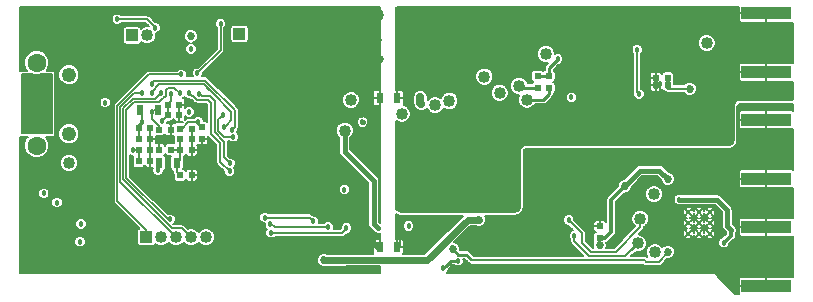
<source format=gbl>
G04 #@! TF.FileFunction,Copper,L4,Bot,Signal*
%FSLAX46Y46*%
G04 Gerber Fmt 4.6, Leading zero omitted, Abs format (unit mm)*
G04 Created by KiCad (PCBNEW 4.0.4-stable) date Wed Dec  7 21:18:21 2016*
%MOMM*%
%LPD*%
G01*
G04 APERTURE LIST*
%ADD10C,0.150000*%
%ADD11R,0.500000X0.600000*%
%ADD12C,1.016000*%
%ADD13C,1.249680*%
%ADD14C,1.600200*%
%ADD15R,0.600000X0.500000*%
%ADD16R,1.016000X1.016000*%
%ADD17C,0.400000*%
%ADD18R,0.600000X0.900000*%
%ADD19R,4.200000X1.100000*%
%ADD20C,0.457200*%
%ADD21C,0.685800*%
%ADD22C,0.381000*%
%ADD23C,0.558800*%
%ADD24C,0.152400*%
%ADD25C,0.203200*%
%ADD26C,0.457200*%
%ADD27C,0.711200*%
%ADD28C,0.330200*%
%ADD29C,0.355600*%
%ADD30C,0.304800*%
%ADD31C,0.254000*%
%ADD32C,0.127000*%
%ADD33C,0.177800*%
G04 APERTURE END LIST*
D10*
D11*
X206090900Y-78850000D03*
X207090900Y-78850000D03*
D12*
X156400000Y-85450000D03*
D13*
X156390340Y-82971640D03*
D14*
X153690320Y-83972400D03*
X153690320Y-76972160D03*
D13*
X156390340Y-77972920D03*
D11*
X165041200Y-84328000D03*
X164041200Y-84328000D03*
X206090900Y-78259940D03*
X207090900Y-78259940D03*
X162300000Y-84350000D03*
X163300000Y-84350000D03*
X165801800Y-86487000D03*
X166801800Y-86487000D03*
X165800000Y-84350000D03*
X166800000Y-84350000D03*
D15*
X201350880Y-91802840D03*
X201350880Y-90802840D03*
D12*
X172110400Y-74523600D03*
D16*
X170840400Y-74523600D03*
D12*
X169291000Y-91744800D03*
X168021000Y-91744800D03*
X165481000Y-91744800D03*
X166751000Y-91744800D03*
X164211000Y-91744800D03*
D16*
X162941000Y-91744800D03*
D11*
X162300000Y-85300000D03*
X163300000Y-85300000D03*
D12*
X191582040Y-78127860D03*
X192857120Y-79496920D03*
X179740000Y-82700000D03*
X180270000Y-80140000D03*
X205945740Y-88092280D03*
X204769720Y-90172540D03*
X204558900Y-92260420D03*
X205999080Y-93024960D03*
D17*
X208853200Y-89630680D03*
X208853200Y-91430680D03*
X210653200Y-90530680D03*
X209753200Y-89630680D03*
X209753200Y-91430680D03*
X208853200Y-90530680D03*
X210653200Y-89630680D03*
X209753200Y-90530680D03*
X210653200Y-91430680D03*
D12*
X163035000Y-74650000D03*
D16*
X161765000Y-74650000D03*
D12*
X182600000Y-72900000D03*
X193992500Y-73126600D03*
X196786500Y-76212700D03*
X210400000Y-75300000D03*
D11*
X164003100Y-82613500D03*
X165003100Y-82613500D03*
D18*
X164045200Y-85445600D03*
X165545200Y-85445600D03*
X163900000Y-80950000D03*
X162400000Y-80950000D03*
D11*
X165800000Y-83450000D03*
X166800000Y-83450000D03*
X164750000Y-80500000D03*
X165750000Y-80500000D03*
X164750000Y-81400000D03*
X165750000Y-81400000D03*
X162300000Y-82500000D03*
X163300000Y-82500000D03*
D15*
X167640000Y-82405600D03*
X167640000Y-83405600D03*
D11*
X162300000Y-83400000D03*
X163300000Y-83400000D03*
X165800000Y-82550000D03*
X166800000Y-82550000D03*
D15*
X196075300Y-79095600D03*
X196075300Y-78095600D03*
X197053200Y-79108300D03*
X197053200Y-78108300D03*
D12*
X194513200Y-78930500D03*
X195173600Y-80086200D03*
D19*
X215460000Y-77780000D03*
X215460000Y-72780000D03*
X215460000Y-86800000D03*
X215460000Y-81800000D03*
X215460000Y-95870000D03*
X215460000Y-90870000D03*
D18*
X184200000Y-79950000D03*
X182700000Y-79950000D03*
X182700000Y-92550000D03*
X184200000Y-92550000D03*
D12*
X188620400Y-80200500D03*
X187426600Y-80556100D03*
X184569100Y-81267300D03*
D20*
X181250000Y-82000000D03*
X179730000Y-87700000D03*
X165041200Y-84328000D03*
X166738300Y-75793600D03*
X157418300Y-90600000D03*
X157353000Y-92113100D03*
X166585900Y-81127600D03*
X165036500Y-79576858D03*
X164250000Y-81900000D03*
X159480000Y-80330000D03*
D21*
X191119760Y-90241120D03*
X178020000Y-93680000D03*
X208950000Y-79150000D03*
D20*
X185150000Y-90800000D03*
X182553713Y-90986383D03*
X186250000Y-80450000D03*
X186150000Y-79850000D03*
X198950000Y-79900000D03*
D21*
X207100000Y-86800000D03*
D20*
X211850000Y-92200000D03*
X208070000Y-88540000D03*
X212450000Y-91100000D03*
D21*
X203489560Y-87370920D03*
X201335640Y-92374720D03*
D20*
X170216056Y-82615544D03*
X163398200Y-78740000D03*
X169232580Y-73654920D03*
X167278218Y-77857182D03*
X169405300Y-81394300D03*
X170320202Y-83222598D03*
X169532300Y-82435700D03*
X163414555Y-79560189D03*
X188075921Y-94363621D03*
X189344300Y-93726012D03*
X170026874Y-85479731D03*
X167405485Y-79572541D03*
X166585900Y-79549999D03*
X169994640Y-86165918D03*
X164171642Y-79550000D03*
X164979981Y-90220019D03*
X165771642Y-79550000D03*
X162571641Y-79549999D03*
X165900000Y-77950000D03*
X189560200Y-81089500D03*
X185089800Y-72948800D03*
X185318400Y-75882500D03*
X209900000Y-73600000D03*
X197500000Y-73000000D03*
X202500000Y-73300000D03*
X198700000Y-81950000D03*
X202300000Y-82600000D03*
X206400000Y-82500000D03*
X184550000Y-86250000D03*
X184600000Y-88500000D03*
X206850000Y-80750010D03*
X191800000Y-88000000D03*
X199500000Y-74300000D03*
X197900000Y-78300000D03*
X211750000Y-81450000D03*
X212250000Y-74400000D03*
X206850000Y-76600000D03*
X206485298Y-78800000D03*
X205950000Y-75700000D03*
X191750000Y-80900000D03*
X191050000Y-79800000D03*
X188150000Y-88400000D03*
D21*
X210822540Y-79369920D03*
X215460000Y-72780000D03*
X215460000Y-77780000D03*
X189943740Y-83200240D03*
X196550000Y-83000000D03*
D20*
X190250000Y-88300000D03*
X189700000Y-88350000D03*
X155384500Y-88798400D03*
X154266900Y-88023700D03*
D21*
X166702307Y-74727690D03*
D20*
X204650000Y-79600000D03*
X197777100Y-76657200D03*
X204520800Y-75857100D03*
X198711820Y-90263980D03*
X199194420Y-91600020D03*
X163414412Y-81105500D03*
X161798000Y-84353400D03*
X163931600Y-86067900D03*
X167355853Y-81970007D03*
X162600000Y-81950000D03*
X163715700Y-73990200D03*
X160489900Y-73279000D03*
X178350000Y-90850000D03*
X173443900Y-90639900D03*
X172974000Y-90068400D03*
D21*
X188907420Y-92743020D03*
X207124300Y-92961460D03*
D20*
X177100000Y-90400000D03*
X179900000Y-90950000D03*
X173507400Y-91351100D03*
X210261200Y-93433900D03*
X195465700Y-84785200D03*
X198945500Y-84785200D03*
X203009500Y-84772500D03*
X207276700Y-85090000D03*
X215460000Y-81800000D03*
X215460000Y-86800000D03*
X201602340Y-90142060D03*
X203716984Y-91004337D03*
X184770231Y-91520231D03*
X185350000Y-92250000D03*
D21*
X215460000Y-95870000D03*
X215460000Y-90870000D03*
X195008500Y-90319860D03*
X197899020Y-90858340D03*
X208681320Y-86288880D03*
X205900020Y-86845140D03*
X203800000Y-86000000D03*
D20*
X153035000Y-90309700D03*
X152895300Y-74726800D03*
X172000000Y-94500000D03*
X175750000Y-94500000D03*
X179100000Y-94450000D03*
X181650000Y-94400000D03*
X181550000Y-91000000D03*
X182550000Y-86450000D03*
X182400000Y-91550000D03*
X181800000Y-91750000D03*
X181200000Y-90000000D03*
X181250000Y-87400000D03*
X174150000Y-83950000D03*
D21*
X176227740Y-82090260D03*
X174850000Y-73600000D03*
X173500000Y-75050000D03*
D20*
X159369409Y-91330591D03*
X158700000Y-93300000D03*
X153530300Y-85813900D03*
D21*
X178700000Y-76520000D03*
X182740000Y-76620000D03*
X180120000Y-76320000D03*
X182560000Y-75040000D03*
D20*
X156792730Y-93557270D03*
X164122100Y-83604100D03*
X165028575Y-82054451D03*
X163128322Y-86054540D03*
X166598600Y-85166200D03*
X168719500Y-75755500D03*
D21*
X160350000Y-77950000D03*
D20*
X165023800Y-83566000D03*
D22*
X181300000Y-81950000D02*
X181250000Y-82000000D01*
D23*
X178020000Y-93680000D02*
X181350000Y-93675200D01*
X181350000Y-93675200D02*
X186724800Y-93675200D01*
X186724800Y-93675200D02*
X190158880Y-90241120D01*
X190634827Y-90241120D02*
X191119760Y-90241120D01*
X190158880Y-90241120D02*
X190634827Y-90241120D01*
D24*
X165800000Y-84350000D02*
X165800000Y-83450000D01*
X165800000Y-84350000D02*
X165063200Y-84350000D01*
X165063200Y-84350000D02*
X165041200Y-84328000D01*
X165545200Y-85445600D02*
X165545200Y-86230400D01*
X165545200Y-86230400D02*
X165801800Y-86487000D01*
X165800000Y-84350000D02*
X165800000Y-85190800D01*
X165800000Y-85190800D02*
X165545200Y-85445600D01*
X164750000Y-80500000D02*
X165036500Y-80213500D01*
X165036500Y-80213500D02*
X165036500Y-79576858D01*
X164750000Y-81400000D02*
X164250000Y-81900000D01*
X164750000Y-81400000D02*
X164750000Y-80500000D01*
X165659545Y-83590455D02*
X165800000Y-83450000D01*
D25*
X208465067Y-79150000D02*
X208950000Y-79150000D01*
X207173240Y-79150000D02*
X208465067Y-79150000D01*
X207090900Y-79067660D02*
X207173240Y-79150000D01*
D26*
X182200000Y-86964618D02*
X182200000Y-90632670D01*
X182200000Y-90632670D02*
X182553713Y-90986383D01*
X179740000Y-82700000D02*
X179740000Y-84504618D01*
X179740000Y-84504618D02*
X182200000Y-86964618D01*
D27*
X186150000Y-79850000D02*
X186150000Y-80350000D01*
X186150000Y-80350000D02*
X186250000Y-80450000D01*
D26*
X203489560Y-87370920D02*
X204760480Y-86100000D01*
X206400000Y-86100000D02*
X207100000Y-86800000D01*
X204760480Y-86100000D02*
X206400000Y-86100000D01*
D28*
X212450000Y-91600000D02*
X212450000Y-91100000D01*
X211850000Y-92200000D02*
X212450000Y-91600000D01*
D22*
X211290000Y-88540000D02*
X208070000Y-88540000D01*
X212140000Y-89390000D02*
X211290000Y-88540000D01*
X212140000Y-90790000D02*
X212140000Y-89390000D01*
X212450000Y-91100000D02*
X212140000Y-90790000D01*
D29*
X207090900Y-79067660D02*
X207090900Y-78259940D01*
D30*
X201350880Y-91802840D02*
X201823700Y-91802840D01*
X201823700Y-91802840D02*
X202300840Y-91325700D01*
X202300840Y-91325700D02*
X202300840Y-88559640D01*
X202300840Y-88559640D02*
X203489560Y-87370920D01*
D25*
X201350880Y-91802840D02*
X201350880Y-92359480D01*
X201350880Y-92359480D02*
X201335640Y-92374720D01*
D31*
X196075300Y-79095600D02*
X194678300Y-79095600D01*
X194678300Y-79095600D02*
X194513200Y-78930500D01*
D25*
X170216056Y-82615544D02*
X170472100Y-82359500D01*
X163626799Y-78511401D02*
X163398200Y-78740000D01*
X170472100Y-82359500D02*
X170472100Y-81002815D01*
X163667590Y-78470610D02*
X163626799Y-78511401D01*
X170472100Y-81002815D02*
X167939895Y-78470610D01*
X167939895Y-78470610D02*
X163667590Y-78470610D01*
D32*
X169232580Y-73654920D02*
X169232580Y-75902820D01*
X169232580Y-75902820D02*
X167278218Y-77857182D01*
D24*
X169176701Y-81622899D02*
X169405300Y-81394300D01*
X169037001Y-81762599D02*
X169176701Y-81622899D01*
X169037001Y-82761409D02*
X169037001Y-81762599D01*
X169498190Y-83222598D02*
X169037001Y-82761409D01*
X170320202Y-83222598D02*
X169498190Y-83222598D01*
D25*
X169760899Y-82207101D02*
X169532300Y-82435700D01*
X170141890Y-81139592D02*
X170141890Y-81826110D01*
X170141890Y-81826110D02*
X169760899Y-82207101D01*
X168555098Y-79552800D02*
X170141890Y-81139592D01*
X168555098Y-79552800D02*
X168069697Y-79067399D01*
X164048580Y-78800820D02*
X167803118Y-78800820D01*
X167803118Y-78800820D02*
X168555098Y-79552800D01*
X163414555Y-79560189D02*
X163414555Y-79434845D01*
X163414555Y-79434845D02*
X164048580Y-78800820D01*
D31*
X188304520Y-94135022D02*
X188075921Y-94363621D01*
X189344300Y-93726012D02*
X188713530Y-93726012D01*
X188713530Y-93726012D02*
X188304520Y-94135022D01*
D24*
X169514775Y-83634327D02*
X169514775Y-84967632D01*
X169514775Y-84967632D02*
X170026874Y-85479731D01*
X167405485Y-79572541D02*
X167634084Y-79801140D01*
X167634084Y-79801140D02*
X168332840Y-79801140D01*
X168745939Y-80214239D02*
X168745939Y-82865491D01*
X168332840Y-79801140D02*
X168745939Y-80214239D01*
X168745939Y-82865491D02*
X169514775Y-83634327D01*
X166585900Y-79549999D02*
X166814499Y-79778598D01*
X166814499Y-79778598D02*
X166934884Y-79778598D01*
X166934884Y-79778598D02*
X167262236Y-80105950D01*
X167262236Y-80105950D02*
X168206584Y-80105950D01*
X169209965Y-83760583D02*
X169209965Y-85381243D01*
X169209965Y-85381243D02*
X169994640Y-86165918D01*
X168441130Y-82991748D02*
X169209965Y-83760583D01*
X168441129Y-80340495D02*
X168441130Y-82991748D01*
X168206584Y-80105950D02*
X168441129Y-80340495D01*
D32*
X163943043Y-79778599D02*
X164171642Y-79550000D01*
X161010589Y-80805644D02*
X161811544Y-80004689D01*
X163716953Y-80004689D02*
X163943043Y-79778599D01*
X161811544Y-80004689D02*
X163716953Y-80004689D01*
X161010589Y-86843326D02*
X161010589Y-80805644D01*
X166751000Y-91744800D02*
X165956200Y-90950000D01*
X165117263Y-90950000D02*
X161010589Y-86843326D01*
X165956200Y-90950000D02*
X165117263Y-90950000D01*
X164027279Y-80284099D02*
X164327279Y-79984099D01*
X164979981Y-90220019D02*
X164746507Y-90220019D01*
X164746507Y-90220019D02*
X161264600Y-86738112D01*
X161264600Y-86738112D02*
X161264600Y-80946778D01*
X161264600Y-80946778D02*
X161927279Y-80284099D01*
X161927279Y-80284099D02*
X164027279Y-80284099D01*
D24*
X164327279Y-79984099D02*
X164329577Y-79981801D01*
X164329577Y-79981801D02*
X164378907Y-79981801D01*
X164378907Y-79981801D02*
X164603443Y-79757265D01*
X164603443Y-79287357D02*
X164785170Y-79105630D01*
X164785170Y-79105630D02*
X165327272Y-79105630D01*
X164603443Y-79757265D02*
X164603443Y-79287357D01*
X165327272Y-79105630D02*
X165366700Y-79145058D01*
X165366700Y-79145058D02*
X165771642Y-79550000D01*
D32*
X161907009Y-79549999D02*
X162248352Y-79549999D01*
X162248352Y-79549999D02*
X162571641Y-79549999D01*
X160756578Y-80700430D02*
X161907009Y-79549999D01*
X160756578Y-87020378D02*
X160756578Y-80700430D01*
X165481000Y-91744800D02*
X160756578Y-87020378D01*
D30*
X165481000Y-91739720D02*
X165481000Y-91744800D01*
D32*
X165576711Y-77950000D02*
X165900000Y-77950000D01*
X163147783Y-77950000D02*
X165576711Y-77950000D01*
X160502567Y-80595216D02*
X163147783Y-77950000D01*
X162941000Y-91744800D02*
X162941000Y-91109800D01*
X162941000Y-91109800D02*
X160502567Y-88671367D01*
X160502567Y-88671367D02*
X160502567Y-80595216D01*
D30*
X162941000Y-91744800D02*
X163057688Y-91744800D01*
D31*
X185318400Y-75882500D02*
X185089800Y-75653900D01*
X185089800Y-75653900D02*
X185089800Y-72948800D01*
X202500000Y-73300000D02*
X202200000Y-73000000D01*
X202200000Y-73000000D02*
X197500000Y-73000000D01*
D25*
X202300000Y-82600000D02*
X201650000Y-81950000D01*
X201650000Y-81950000D02*
X198700000Y-81950000D01*
X206850000Y-80750010D02*
X206850000Y-82050000D01*
X206850000Y-82050000D02*
X206400000Y-82500000D01*
D24*
X184600000Y-88500000D02*
X184600000Y-86300000D01*
X184600000Y-86300000D02*
X184550000Y-86250000D01*
D25*
X206621401Y-80521411D02*
X206850000Y-80750010D01*
X206485298Y-78800000D02*
X206485298Y-80385308D01*
X206485298Y-80385308D02*
X206621401Y-80521411D01*
D30*
X206090900Y-78259940D02*
X206090900Y-79067660D01*
X189943740Y-83200240D02*
X189943740Y-83012280D01*
X189943740Y-83012280D02*
X190728600Y-82227420D01*
D24*
X189700000Y-88350000D02*
X190200000Y-88350000D01*
X190200000Y-88350000D02*
X190250000Y-88300000D01*
D25*
X204520800Y-75857100D02*
X204520800Y-79470800D01*
X204520800Y-79470800D02*
X204650000Y-79600000D01*
D31*
X197053200Y-78108300D02*
X197053200Y-77381100D01*
X197053200Y-77381100D02*
X197777100Y-76657200D01*
X196075300Y-78095600D02*
X197040500Y-78095600D01*
X197040500Y-78095600D02*
X197053200Y-78108300D01*
D25*
X204769720Y-90909140D02*
X204769720Y-90172540D01*
X202689462Y-92989398D02*
X204769720Y-90909140D01*
X200606636Y-92989398D02*
X202689462Y-92989398D01*
X199798940Y-92181702D02*
X200606636Y-92989398D01*
X199798940Y-91351100D02*
X199798940Y-92181702D01*
X198711820Y-90263980D02*
X199798940Y-91351100D01*
X204558900Y-92260420D02*
X203474320Y-93345000D01*
X199194420Y-92080080D02*
X199194420Y-91600020D01*
X200459340Y-93345000D02*
X199194420Y-92080080D01*
X203474320Y-93345000D02*
X200459340Y-93345000D01*
D33*
X204094080Y-92811600D02*
X204558900Y-92346780D01*
X204558900Y-92346780D02*
X204558900Y-92260420D01*
X204094080Y-92811600D02*
X204162660Y-92743020D01*
D24*
X164003100Y-82613500D02*
X164003100Y-82329758D01*
X164003100Y-82329758D02*
X163414412Y-81741070D01*
X163414412Y-81741070D02*
X163414412Y-81428789D01*
X163414412Y-81428789D02*
X163414412Y-81105500D01*
D32*
X163900000Y-80950000D02*
X163569912Y-80950000D01*
X163569912Y-80950000D02*
X163414412Y-81105500D01*
D24*
X161798000Y-84353400D02*
X162296600Y-84353400D01*
X162296600Y-84353400D02*
X162300000Y-84350000D01*
X162300000Y-84350000D02*
X162300000Y-85300000D01*
X162300001Y-84350001D02*
X162300000Y-84350000D01*
X164045200Y-85445600D02*
X164045200Y-85954300D01*
X164045200Y-85954300D02*
X163931600Y-86067900D01*
X167355853Y-81970007D02*
X166518193Y-81970007D01*
X165938200Y-82550000D02*
X165800000Y-82550000D01*
X166518193Y-81970007D02*
X165938200Y-82550000D01*
X167355853Y-81970007D02*
X167355853Y-82121453D01*
X167355853Y-82121453D02*
X167640000Y-82405600D01*
D33*
X162300000Y-82500000D02*
X162300000Y-82250000D01*
X162300000Y-82250000D02*
X162600000Y-81950000D01*
X162300000Y-83400000D02*
X162300000Y-82500000D01*
D32*
X162600000Y-81950000D02*
X162600000Y-81150000D01*
X162600000Y-81150000D02*
X162400000Y-80950000D01*
D24*
X163487101Y-73761601D02*
X163715700Y-73990200D01*
X163004500Y-73279000D02*
X163487101Y-73761601D01*
X160489900Y-73279000D02*
X163004500Y-73279000D01*
D25*
X178026711Y-90850000D02*
X178350000Y-90850000D01*
X173805600Y-90900000D02*
X177976711Y-90900000D01*
X177976711Y-90900000D02*
X178026711Y-90850000D01*
X173545500Y-90639900D02*
X173805600Y-90900000D01*
D24*
X173545500Y-90639900D02*
X173443900Y-90639900D01*
D25*
X177100000Y-90400000D02*
X176768400Y-90068400D01*
X176768400Y-90068400D02*
X172974000Y-90068400D01*
D31*
X190431420Y-93604080D02*
X190431420Y-93606620D01*
X190428880Y-93604080D02*
X190431420Y-93604080D01*
X190022480Y-93197680D02*
X190428880Y-93604080D01*
X189362080Y-93197680D02*
X190022480Y-93197680D01*
X188907420Y-92743020D02*
X189362080Y-93197680D01*
D25*
X190525402Y-93700602D02*
X190431420Y-93606620D01*
X205165962Y-93700602D02*
X190525402Y-93700602D01*
X205267560Y-93802200D02*
X205165962Y-93700602D01*
X206329280Y-93802200D02*
X205267560Y-93802200D01*
X207124300Y-93007180D02*
X206329280Y-93802200D01*
X207124300Y-92961460D02*
X207124300Y-93007180D01*
X179671401Y-91178599D02*
X179900000Y-90950000D01*
X179498900Y-91351100D02*
X179671401Y-91178599D01*
X173507400Y-91351100D02*
X179498900Y-91351100D01*
D31*
X197053200Y-79108300D02*
X197053200Y-79612300D01*
X197053200Y-79612300D02*
X196579300Y-80086200D01*
X196579300Y-80086200D02*
X195892020Y-80086200D01*
X195892020Y-80086200D02*
X195173600Y-80086200D01*
D25*
X198945500Y-84785200D02*
X195465700Y-84785200D01*
X207276700Y-85090000D02*
X206959200Y-84772500D01*
X206959200Y-84772500D02*
X203009500Y-84772500D01*
X201350880Y-90802840D02*
X201350880Y-90393520D01*
X201350880Y-90393520D02*
X201602340Y-90142060D01*
D24*
X184400000Y-92550000D02*
X184400000Y-91890462D01*
X184400000Y-91890462D02*
X184770231Y-91520231D01*
X184400000Y-92550000D02*
X185050000Y-92550000D01*
X185050000Y-92550000D02*
X185350000Y-92250000D01*
D30*
X197899020Y-90858340D02*
X195546980Y-90858340D01*
X195546980Y-90858340D02*
X195008500Y-90319860D01*
D22*
X179100000Y-94450000D02*
X175800000Y-94450000D01*
X175800000Y-94450000D02*
X175750000Y-94500000D01*
X182500000Y-92550000D02*
X182500000Y-92450000D01*
X182500000Y-92450000D02*
X181800000Y-91750000D01*
D26*
X173842899Y-74607101D02*
X174850000Y-73600000D01*
X173500000Y-75050000D02*
X173842899Y-74707101D01*
X173842899Y-74707101D02*
X173842899Y-74607101D01*
D30*
X178310000Y-76910000D02*
X178700000Y-76520000D01*
X182740000Y-76620000D02*
X180420000Y-76620000D01*
X180420000Y-76620000D02*
X180120000Y-76320000D01*
D33*
X182740000Y-75220000D02*
X182740000Y-76620000D01*
X182560000Y-75040000D02*
X182740000Y-75220000D01*
D24*
X164041200Y-84328000D02*
X164041200Y-83685000D01*
X164041200Y-83685000D02*
X164122100Y-83604100D01*
D25*
X165003100Y-82613500D02*
X165003100Y-82079926D01*
X165003100Y-82079926D02*
X165028575Y-82054451D01*
X163300000Y-85300000D02*
X163300000Y-85882862D01*
X163300000Y-85882862D02*
X163128322Y-86054540D01*
X166800000Y-84350000D02*
X166800000Y-84964800D01*
X166800000Y-84964800D02*
X166598600Y-85166200D01*
D24*
X165821942Y-81328058D02*
X165750000Y-81400000D01*
G36*
X153476630Y-78025452D02*
X153478237Y-78025458D01*
X153479727Y-78026077D01*
X153688272Y-78026259D01*
X153895973Y-78027051D01*
X153897460Y-78026442D01*
X153899074Y-78026443D01*
X154069075Y-77956200D01*
X154923800Y-77956200D01*
X154923800Y-82893800D01*
X152396200Y-82893800D01*
X152396200Y-77956200D01*
X153311227Y-77956200D01*
X153476630Y-78025452D01*
X153476630Y-78025452D01*
G37*
X153476630Y-78025452D02*
X153478237Y-78025458D01*
X153479727Y-78026077D01*
X153688272Y-78026259D01*
X153895973Y-78027051D01*
X153897460Y-78026442D01*
X153899074Y-78026443D01*
X154069075Y-77956200D01*
X154923800Y-77956200D01*
X154923800Y-82893800D01*
X152396200Y-82893800D01*
X152396200Y-77956200D01*
X153311227Y-77956200D01*
X153476630Y-78025452D01*
G36*
X182740161Y-72338390D02*
X182773800Y-72507506D01*
X182773800Y-79246000D01*
X182763550Y-79246000D01*
X182700050Y-79309500D01*
X182700050Y-79949950D01*
X182720050Y-79949950D01*
X182720050Y-79950050D01*
X182700050Y-79950050D01*
X182700050Y-80590500D01*
X182763550Y-80654000D01*
X182773800Y-80654000D01*
X182773800Y-90523970D01*
X182682600Y-90432770D01*
X182682600Y-86964618D01*
X182645864Y-86779935D01*
X182541250Y-86623368D01*
X182541247Y-86623366D01*
X180222600Y-84304718D01*
X180222600Y-83294932D01*
X180385615Y-83132202D01*
X180501867Y-82852236D01*
X180502132Y-82549094D01*
X180386368Y-82268926D01*
X180213320Y-82095574D01*
X180767316Y-82095574D01*
X180840633Y-82273014D01*
X180976272Y-82408890D01*
X181153584Y-82482516D01*
X181345574Y-82482684D01*
X181523014Y-82409367D01*
X181658890Y-82273728D01*
X181732516Y-82096416D01*
X181732592Y-82009868D01*
X181744500Y-81950000D01*
X181710665Y-81779897D01*
X181614309Y-81635691D01*
X181470103Y-81539335D01*
X181300000Y-81505500D01*
X181240219Y-81517391D01*
X181154426Y-81517316D01*
X180976986Y-81590633D01*
X180841110Y-81726272D01*
X180767484Y-81903584D01*
X180767316Y-82095574D01*
X180213320Y-82095574D01*
X180172202Y-82054385D01*
X179892236Y-81938133D01*
X179589094Y-81937868D01*
X179308926Y-82053632D01*
X179094385Y-82267798D01*
X178978133Y-82547764D01*
X178977868Y-82850906D01*
X179093632Y-83131074D01*
X179257400Y-83295129D01*
X179257400Y-84504618D01*
X179294136Y-84689301D01*
X179398750Y-84845868D01*
X181717400Y-87164517D01*
X181717400Y-90632670D01*
X181754136Y-90817353D01*
X181858750Y-90973920D01*
X182212452Y-91327622D01*
X182279985Y-91395273D01*
X182457297Y-91468899D01*
X182553710Y-91468983D01*
X182553713Y-91468984D01*
X182553716Y-91468983D01*
X182649287Y-91469067D01*
X182773800Y-91417619D01*
X182773800Y-91846000D01*
X182763550Y-91846000D01*
X182700050Y-91909500D01*
X182700050Y-92549950D01*
X182720050Y-92549950D01*
X182720050Y-92550050D01*
X182700050Y-92550050D01*
X182700050Y-92570050D01*
X182699950Y-92570050D01*
X182699950Y-92550050D01*
X182209500Y-92550050D01*
X182146000Y-92613550D01*
X182146000Y-93050524D01*
X182183808Y-93141800D01*
X181350000Y-93141800D01*
X181349614Y-93141877D01*
X181349231Y-93141801D01*
X178290985Y-93146209D01*
X178139252Y-93083204D01*
X177901790Y-93082997D01*
X177682325Y-93173678D01*
X177514268Y-93341442D01*
X177423204Y-93560748D01*
X177422997Y-93798210D01*
X177513678Y-94017675D01*
X177681442Y-94185732D01*
X177900748Y-94276796D01*
X178138210Y-94277003D01*
X178293094Y-94213006D01*
X181350074Y-94208600D01*
X182773800Y-94208600D01*
X182773800Y-94492494D01*
X182740161Y-94661610D01*
X182700478Y-94721000D01*
X152279000Y-94721000D01*
X152279000Y-92208674D01*
X156870316Y-92208674D01*
X156943633Y-92386114D01*
X157079272Y-92521990D01*
X157256584Y-92595616D01*
X157448574Y-92595784D01*
X157626014Y-92522467D01*
X157761890Y-92386828D01*
X157835516Y-92209516D01*
X157835684Y-92017526D01*
X157762367Y-91840086D01*
X157626728Y-91704210D01*
X157449416Y-91630584D01*
X157257426Y-91630416D01*
X157079986Y-91703733D01*
X156944110Y-91839372D01*
X156870484Y-92016684D01*
X156870316Y-92208674D01*
X152279000Y-92208674D01*
X152279000Y-90695574D01*
X156935616Y-90695574D01*
X157008933Y-90873014D01*
X157144572Y-91008890D01*
X157321884Y-91082516D01*
X157513874Y-91082684D01*
X157691314Y-91009367D01*
X157827190Y-90873728D01*
X157900816Y-90696416D01*
X157900984Y-90504426D01*
X157827667Y-90326986D01*
X157692028Y-90191110D01*
X157514716Y-90117484D01*
X157322726Y-90117316D01*
X157145286Y-90190633D01*
X157009410Y-90326272D01*
X156935784Y-90503584D01*
X156935616Y-90695574D01*
X152279000Y-90695574D01*
X152279000Y-88893974D01*
X154901816Y-88893974D01*
X154975133Y-89071414D01*
X155110772Y-89207290D01*
X155288084Y-89280916D01*
X155480074Y-89281084D01*
X155657514Y-89207767D01*
X155793390Y-89072128D01*
X155867016Y-88894816D01*
X155867184Y-88702826D01*
X155793867Y-88525386D01*
X155658228Y-88389510D01*
X155480916Y-88315884D01*
X155288926Y-88315716D01*
X155111486Y-88389033D01*
X154975610Y-88524672D01*
X154901984Y-88701984D01*
X154901816Y-88893974D01*
X152279000Y-88893974D01*
X152279000Y-88119274D01*
X153784216Y-88119274D01*
X153857533Y-88296714D01*
X153993172Y-88432590D01*
X154170484Y-88506216D01*
X154362474Y-88506384D01*
X154539914Y-88433067D01*
X154675790Y-88297428D01*
X154749416Y-88120116D01*
X154749584Y-87928126D01*
X154676267Y-87750686D01*
X154540628Y-87614810D01*
X154363316Y-87541184D01*
X154171326Y-87541016D01*
X153993886Y-87614333D01*
X153858010Y-87749972D01*
X153784384Y-87927284D01*
X153784216Y-88119274D01*
X152279000Y-88119274D01*
X152279000Y-85600906D01*
X155637868Y-85600906D01*
X155753632Y-85881074D01*
X155967798Y-86095615D01*
X156247764Y-86211867D01*
X156550906Y-86212132D01*
X156831074Y-86096368D01*
X157045615Y-85882202D01*
X157161867Y-85602236D01*
X157162132Y-85299094D01*
X157046368Y-85018926D01*
X156832202Y-84804385D01*
X156552236Y-84688133D01*
X156249094Y-84687868D01*
X155968926Y-84803632D01*
X155754385Y-85017798D01*
X155638133Y-85297764D01*
X155637868Y-85600906D01*
X152279000Y-85600906D01*
X152279000Y-83215697D01*
X152320000Y-83224000D01*
X152948002Y-83224000D01*
X152797219Y-83374521D01*
X152636403Y-83761807D01*
X152636037Y-84181154D01*
X152796176Y-84568720D01*
X153092441Y-84865501D01*
X153479727Y-85026317D01*
X153899074Y-85026683D01*
X154286640Y-84866544D01*
X154583421Y-84570279D01*
X154744237Y-84182993D01*
X154744603Y-83763646D01*
X154584464Y-83376080D01*
X154432648Y-83224000D01*
X155000000Y-83224000D01*
X155092318Y-83206629D01*
X155177107Y-83152069D01*
X155181468Y-83145685D01*
X155511348Y-83145685D01*
X155644862Y-83468812D01*
X155891867Y-83716249D01*
X156214761Y-83850327D01*
X156564385Y-83850632D01*
X156887512Y-83717118D01*
X157134949Y-83470113D01*
X157269027Y-83147219D01*
X157269332Y-82797595D01*
X157135818Y-82474468D01*
X156888813Y-82227031D01*
X156565919Y-82092953D01*
X156216295Y-82092648D01*
X155893168Y-82226162D01*
X155645731Y-82473167D01*
X155511653Y-82796061D01*
X155511348Y-83145685D01*
X155181468Y-83145685D01*
X155233988Y-83068820D01*
X155254000Y-82970000D01*
X155254000Y-80425574D01*
X158997316Y-80425574D01*
X159070633Y-80603014D01*
X159206272Y-80738890D01*
X159383584Y-80812516D01*
X159575574Y-80812684D01*
X159753014Y-80739367D01*
X159888890Y-80603728D01*
X159892424Y-80595216D01*
X160185067Y-80595216D01*
X160185067Y-88671367D01*
X160191325Y-88702826D01*
X160209235Y-88792869D01*
X160278061Y-88895873D01*
X162371571Y-90989383D01*
X162338873Y-90995535D01*
X162252424Y-91051164D01*
X162194428Y-91136044D01*
X162174024Y-91236800D01*
X162174024Y-92252800D01*
X162191735Y-92346927D01*
X162247364Y-92433376D01*
X162332244Y-92491372D01*
X162433000Y-92511776D01*
X163449000Y-92511776D01*
X163543127Y-92494065D01*
X163629576Y-92438436D01*
X163687572Y-92353556D01*
X163696752Y-92308225D01*
X163778798Y-92390415D01*
X164058764Y-92506667D01*
X164361906Y-92506932D01*
X164642074Y-92391168D01*
X164846168Y-92187430D01*
X165048798Y-92390415D01*
X165328764Y-92506667D01*
X165631906Y-92506932D01*
X165912074Y-92391168D01*
X166116168Y-92187430D01*
X166318798Y-92390415D01*
X166598764Y-92506667D01*
X166901906Y-92506932D01*
X167182074Y-92391168D01*
X167386168Y-92187430D01*
X167588798Y-92390415D01*
X167868764Y-92506667D01*
X168171906Y-92506932D01*
X168452074Y-92391168D01*
X168666615Y-92177002D01*
X168719568Y-92049476D01*
X182146000Y-92049476D01*
X182146000Y-92486450D01*
X182209500Y-92549950D01*
X182699950Y-92549950D01*
X182699950Y-91909500D01*
X182636450Y-91846000D01*
X182349476Y-91846000D01*
X182256120Y-91884669D01*
X182184669Y-91956121D01*
X182146000Y-92049476D01*
X168719568Y-92049476D01*
X168782867Y-91897036D01*
X168783132Y-91593894D01*
X168667368Y-91313726D01*
X168453202Y-91099185D01*
X168173236Y-90982933D01*
X167870094Y-90982668D01*
X167589926Y-91098432D01*
X167385832Y-91302170D01*
X167183202Y-91099185D01*
X166903236Y-90982933D01*
X166600094Y-90982668D01*
X166485309Y-91030097D01*
X166180706Y-90725494D01*
X166077702Y-90656668D01*
X165956200Y-90632500D01*
X165248775Y-90632500D01*
X165247805Y-90631530D01*
X165252995Y-90629386D01*
X165388871Y-90493747D01*
X165462497Y-90316435D01*
X165462630Y-90163974D01*
X172491316Y-90163974D01*
X172564633Y-90341414D01*
X172700272Y-90477290D01*
X172877584Y-90550916D01*
X172961377Y-90550989D01*
X172961216Y-90735474D01*
X173034533Y-90912914D01*
X173148695Y-91027275D01*
X173098510Y-91077372D01*
X173024884Y-91254684D01*
X173024716Y-91446674D01*
X173098033Y-91624114D01*
X173233672Y-91759990D01*
X173410984Y-91833616D01*
X173602974Y-91833784D01*
X173780414Y-91760467D01*
X173834275Y-91706700D01*
X179498900Y-91706700D01*
X179634983Y-91679632D01*
X179750347Y-91602547D01*
X179920276Y-91432618D01*
X179995574Y-91432684D01*
X180173014Y-91359367D01*
X180308890Y-91223728D01*
X180382516Y-91046416D01*
X180382684Y-90854426D01*
X180309367Y-90676986D01*
X180173728Y-90541110D01*
X179996416Y-90467484D01*
X179804426Y-90467316D01*
X179626986Y-90540633D01*
X179491110Y-90676272D01*
X179417484Y-90853584D01*
X179417417Y-90929689D01*
X179351606Y-90995500D01*
X178812135Y-90995500D01*
X178832516Y-90946416D01*
X178832684Y-90754426D01*
X178759367Y-90576986D01*
X178623728Y-90441110D01*
X178446416Y-90367484D01*
X178254426Y-90367316D01*
X178076986Y-90440633D01*
X178022233Y-90495291D01*
X177890629Y-90521468D01*
X177856309Y-90544400D01*
X177562591Y-90544400D01*
X177582516Y-90496416D01*
X177582684Y-90304426D01*
X177509367Y-90126986D01*
X177373728Y-89991110D01*
X177196416Y-89917484D01*
X177120311Y-89917417D01*
X177019847Y-89816953D01*
X176904483Y-89739868D01*
X176768400Y-89712800D01*
X173300925Y-89712800D01*
X173247728Y-89659510D01*
X173070416Y-89585884D01*
X172878426Y-89585716D01*
X172700986Y-89659033D01*
X172565110Y-89794672D01*
X172491484Y-89971984D01*
X172491316Y-90163974D01*
X165462630Y-90163974D01*
X165462665Y-90124445D01*
X165389348Y-89947005D01*
X165253709Y-89811129D01*
X165076397Y-89737503D01*
X164884407Y-89737335D01*
X164763000Y-89787500D01*
X162771074Y-87795574D01*
X179247316Y-87795574D01*
X179320633Y-87973014D01*
X179456272Y-88108890D01*
X179633584Y-88182516D01*
X179825574Y-88182684D01*
X180003014Y-88109367D01*
X180138890Y-87973728D01*
X180212516Y-87796416D01*
X180212684Y-87604426D01*
X180139367Y-87426986D01*
X180003728Y-87291110D01*
X179826416Y-87217484D01*
X179634426Y-87217316D01*
X179456986Y-87290633D01*
X179321110Y-87426272D01*
X179247484Y-87603584D01*
X179247316Y-87795574D01*
X162771074Y-87795574D01*
X161582100Y-86606600D01*
X161582100Y-84786302D01*
X161701584Y-84835916D01*
X161854607Y-84836050D01*
X161811428Y-84899244D01*
X161791024Y-85000000D01*
X161791024Y-85600000D01*
X161808735Y-85694127D01*
X161864364Y-85780576D01*
X161949244Y-85838572D01*
X162050000Y-85858976D01*
X162550000Y-85858976D01*
X162644127Y-85841265D01*
X162730576Y-85785636D01*
X162788572Y-85700756D01*
X162797843Y-85654974D01*
X162834669Y-85743879D01*
X162906120Y-85815331D01*
X162999476Y-85854000D01*
X163236450Y-85854000D01*
X163299950Y-85790500D01*
X163299950Y-85300050D01*
X163279950Y-85300050D01*
X163279950Y-85299950D01*
X163299950Y-85299950D01*
X163299950Y-84350050D01*
X163279950Y-84350050D01*
X163279950Y-84349950D01*
X163299950Y-84349950D01*
X163299950Y-83400050D01*
X163279950Y-83400050D01*
X163279950Y-83399950D01*
X163299950Y-83399950D01*
X163299950Y-82500050D01*
X163279950Y-82500050D01*
X163279950Y-82499950D01*
X163299950Y-82499950D01*
X163299950Y-82479950D01*
X163300050Y-82479950D01*
X163300050Y-82499950D01*
X163320050Y-82499950D01*
X163320050Y-82500050D01*
X163300050Y-82500050D01*
X163300050Y-83399950D01*
X163740500Y-83399950D01*
X163804000Y-83336450D01*
X163804000Y-83172476D01*
X164253100Y-83172476D01*
X164347227Y-83154765D01*
X164433676Y-83099136D01*
X164491672Y-83014256D01*
X164500943Y-82968474D01*
X164537769Y-83057379D01*
X164609220Y-83128831D01*
X164702576Y-83167500D01*
X164939550Y-83167500D01*
X165003050Y-83104000D01*
X165003050Y-82613550D01*
X164983050Y-82613550D01*
X164983050Y-82613450D01*
X165003050Y-82613450D01*
X165003050Y-82123000D01*
X164939550Y-82059500D01*
X164706321Y-82059500D01*
X164732516Y-81996416D01*
X164732549Y-81958976D01*
X165000000Y-81958976D01*
X165094127Y-81941265D01*
X165180576Y-81885636D01*
X165238572Y-81800756D01*
X165247843Y-81754974D01*
X165284669Y-81843879D01*
X165356120Y-81915331D01*
X165449476Y-81954000D01*
X165686450Y-81954000D01*
X165749950Y-81890500D01*
X165749950Y-81400050D01*
X165729950Y-81400050D01*
X165729950Y-81399950D01*
X165749950Y-81399950D01*
X165749950Y-80500050D01*
X165729950Y-80500050D01*
X165729950Y-80499950D01*
X165749950Y-80499950D01*
X165749950Y-80479950D01*
X165750050Y-80479950D01*
X165750050Y-80499950D01*
X166190500Y-80499950D01*
X166254000Y-80436450D01*
X166254000Y-80149476D01*
X166215331Y-80056121D01*
X166143880Y-79984669D01*
X166055840Y-79948202D01*
X166178887Y-79825371D01*
X166312172Y-79958889D01*
X166489484Y-80032515D01*
X166611748Y-80032622D01*
X166688137Y-80083663D01*
X166794042Y-80104730D01*
X167028747Y-80339434D01*
X167028749Y-80339437D01*
X167118257Y-80399244D01*
X167135874Y-80411015D01*
X167262236Y-80436151D01*
X167262241Y-80436150D01*
X168069810Y-80436150D01*
X168110929Y-80477268D01*
X168110930Y-81964976D01*
X168040756Y-81917028D01*
X167940000Y-81896624D01*
X167838518Y-81896624D01*
X167838537Y-81874433D01*
X167765220Y-81696993D01*
X167629581Y-81561117D01*
X167452269Y-81487491D01*
X167260279Y-81487323D01*
X167082839Y-81560640D01*
X167003534Y-81639807D01*
X166518198Y-81639807D01*
X166518193Y-81639806D01*
X166391831Y-81664942D01*
X166284706Y-81736520D01*
X166242190Y-81779036D01*
X166254000Y-81750524D01*
X166254000Y-81478216D01*
X166312172Y-81536490D01*
X166489484Y-81610116D01*
X166681474Y-81610284D01*
X166858914Y-81536967D01*
X166994790Y-81401328D01*
X167068416Y-81224016D01*
X167068584Y-81032026D01*
X166995267Y-80854586D01*
X166859628Y-80718710D01*
X166682316Y-80645084D01*
X166490326Y-80644916D01*
X166312886Y-80718233D01*
X166254000Y-80777016D01*
X166254000Y-80563550D01*
X166190500Y-80500050D01*
X165750050Y-80500050D01*
X165750050Y-81399950D01*
X165770050Y-81399950D01*
X165770050Y-81400050D01*
X165750050Y-81400050D01*
X165750050Y-81890500D01*
X165813550Y-81954000D01*
X166050524Y-81954000D01*
X166079036Y-81942190D01*
X166030202Y-81991024D01*
X165550000Y-81991024D01*
X165455873Y-82008735D01*
X165369424Y-82064364D01*
X165357500Y-82081816D01*
X165303624Y-82059500D01*
X165066650Y-82059500D01*
X165003150Y-82123000D01*
X165003150Y-82613450D01*
X165023150Y-82613450D01*
X165023150Y-82613550D01*
X165003150Y-82613550D01*
X165003150Y-83104000D01*
X165066650Y-83167500D01*
X165291024Y-83167500D01*
X165291024Y-83750000D01*
X165294738Y-83769741D01*
X165291200Y-83769024D01*
X164791200Y-83769024D01*
X164697073Y-83786735D01*
X164610624Y-83842364D01*
X164552628Y-83927244D01*
X164543357Y-83973026D01*
X164506531Y-83884121D01*
X164435080Y-83812669D01*
X164341724Y-83774000D01*
X164104750Y-83774000D01*
X164041250Y-83837500D01*
X164041250Y-84327950D01*
X164061250Y-84327950D01*
X164061250Y-84328050D01*
X164041250Y-84328050D01*
X164041250Y-84348050D01*
X164041150Y-84348050D01*
X164041150Y-84328050D01*
X164021150Y-84328050D01*
X164021150Y-84327950D01*
X164041150Y-84327950D01*
X164041150Y-83837500D01*
X163977650Y-83774000D01*
X163794276Y-83774000D01*
X163804000Y-83750524D01*
X163804000Y-83463550D01*
X163740500Y-83400050D01*
X163300050Y-83400050D01*
X163300050Y-84349950D01*
X163320050Y-84349950D01*
X163320050Y-84350050D01*
X163300050Y-84350050D01*
X163300050Y-85299950D01*
X163320050Y-85299950D01*
X163320050Y-85300050D01*
X163300050Y-85300050D01*
X163300050Y-85790500D01*
X163363550Y-85854000D01*
X163486224Y-85854000D01*
X163486224Y-85882040D01*
X163449084Y-85971484D01*
X163448916Y-86163474D01*
X163522233Y-86340914D01*
X163657872Y-86476790D01*
X163835184Y-86550416D01*
X164027174Y-86550584D01*
X164204614Y-86477267D01*
X164340490Y-86341628D01*
X164414116Y-86164316D01*
X164414136Y-86141605D01*
X164439327Y-86136865D01*
X164525776Y-86081236D01*
X164583772Y-85996356D01*
X164604176Y-85895600D01*
X164604176Y-84995600D01*
X164586465Y-84901473D01*
X164530836Y-84815024D01*
X164490765Y-84787645D01*
X164506531Y-84771879D01*
X164542814Y-84684283D01*
X164549935Y-84722127D01*
X164605564Y-84808576D01*
X164690444Y-84866572D01*
X164791200Y-84886976D01*
X165012004Y-84886976D01*
X165006628Y-84894844D01*
X164986224Y-84995600D01*
X164986224Y-85895600D01*
X165003935Y-85989727D01*
X165059564Y-86076176D01*
X165144444Y-86134172D01*
X165215000Y-86148460D01*
X165215000Y-86230400D01*
X165240135Y-86356762D01*
X165292824Y-86435617D01*
X165292824Y-86787000D01*
X165310535Y-86881127D01*
X165366164Y-86967576D01*
X165451044Y-87025572D01*
X165551800Y-87045976D01*
X166051800Y-87045976D01*
X166145927Y-87028265D01*
X166232376Y-86972636D01*
X166290372Y-86887756D01*
X166299643Y-86841974D01*
X166336469Y-86930879D01*
X166407920Y-87002331D01*
X166501276Y-87041000D01*
X166738250Y-87041000D01*
X166801750Y-86977500D01*
X166801750Y-86487050D01*
X166801850Y-86487050D01*
X166801850Y-86977500D01*
X166865350Y-87041000D01*
X167102324Y-87041000D01*
X167195680Y-87002331D01*
X167267131Y-86930879D01*
X167305800Y-86837524D01*
X167305800Y-86550550D01*
X167242300Y-86487050D01*
X166801850Y-86487050D01*
X166801750Y-86487050D01*
X166781750Y-86487050D01*
X166781750Y-86486950D01*
X166801750Y-86486950D01*
X166801750Y-85996500D01*
X166801850Y-85996500D01*
X166801850Y-86486950D01*
X167242300Y-86486950D01*
X167305800Y-86423450D01*
X167305800Y-86136476D01*
X167267131Y-86043121D01*
X167195680Y-85971669D01*
X167102324Y-85933000D01*
X166865350Y-85933000D01*
X166801850Y-85996500D01*
X166801750Y-85996500D01*
X166738250Y-85933000D01*
X166501276Y-85933000D01*
X166407920Y-85971669D01*
X166336469Y-86043121D01*
X166300186Y-86130717D01*
X166293065Y-86092873D01*
X166237436Y-86006424D01*
X166152556Y-85948428D01*
X166095805Y-85936935D01*
X166104176Y-85895600D01*
X166104176Y-85318492D01*
X166105065Y-85317162D01*
X166113910Y-85272697D01*
X166130201Y-85190800D01*
X166130200Y-85190795D01*
X166130200Y-84893886D01*
X166144127Y-84891265D01*
X166230576Y-84835636D01*
X166288572Y-84750756D01*
X166297843Y-84704974D01*
X166334669Y-84793879D01*
X166406120Y-84865331D01*
X166499476Y-84904000D01*
X166736450Y-84904000D01*
X166799950Y-84840500D01*
X166799950Y-84350050D01*
X166800050Y-84350050D01*
X166800050Y-84840500D01*
X166863550Y-84904000D01*
X167100524Y-84904000D01*
X167193880Y-84865331D01*
X167265331Y-84793879D01*
X167304000Y-84700524D01*
X167304000Y-84413550D01*
X167240500Y-84350050D01*
X166800050Y-84350050D01*
X166799950Y-84350050D01*
X166779950Y-84350050D01*
X166779950Y-84349950D01*
X166799950Y-84349950D01*
X166799950Y-83450050D01*
X166779950Y-83450050D01*
X166779950Y-83449950D01*
X166799950Y-83449950D01*
X166799950Y-82550050D01*
X166779950Y-82550050D01*
X166779950Y-82549950D01*
X166799950Y-82549950D01*
X166799950Y-82529950D01*
X166800050Y-82529950D01*
X166800050Y-82549950D01*
X166820050Y-82549950D01*
X166820050Y-82550050D01*
X166800050Y-82550050D01*
X166800050Y-83449950D01*
X166820050Y-83449950D01*
X166820050Y-83450050D01*
X166800050Y-83450050D01*
X166800050Y-84349950D01*
X167240500Y-84349950D01*
X167304000Y-84286450D01*
X167304000Y-83999476D01*
X167265331Y-83906121D01*
X167259210Y-83900000D01*
X167261287Y-83897924D01*
X167289476Y-83909600D01*
X167576450Y-83909600D01*
X167639950Y-83846100D01*
X167639950Y-83405650D01*
X167640050Y-83405650D01*
X167640050Y-83846100D01*
X167703550Y-83909600D01*
X167990524Y-83909600D01*
X168083879Y-83870931D01*
X168155331Y-83799480D01*
X168194000Y-83706124D01*
X168194000Y-83469150D01*
X168130500Y-83405650D01*
X167640050Y-83405650D01*
X167639950Y-83405650D01*
X167619950Y-83405650D01*
X167619950Y-83405550D01*
X167639950Y-83405550D01*
X167639950Y-83385550D01*
X167640050Y-83385550D01*
X167640050Y-83405550D01*
X168130500Y-83405550D01*
X168194000Y-83342050D01*
X168194000Y-83204817D01*
X168207643Y-83225235D01*
X168879765Y-83897357D01*
X168879765Y-85381243D01*
X168904900Y-85507605D01*
X168976478Y-85614730D01*
X169512053Y-86150305D01*
X169511956Y-86261492D01*
X169585273Y-86438932D01*
X169720912Y-86574808D01*
X169898224Y-86648434D01*
X170090214Y-86648602D01*
X170267654Y-86575285D01*
X170403530Y-86439646D01*
X170477156Y-86262334D01*
X170477324Y-86070344D01*
X170404007Y-85892904D01*
X170350135Y-85838938D01*
X170435764Y-85753459D01*
X170509390Y-85576147D01*
X170509558Y-85384157D01*
X170436241Y-85206717D01*
X170300602Y-85070841D01*
X170123290Y-84997215D01*
X170011233Y-84997117D01*
X169844975Y-84830858D01*
X169844975Y-83634327D01*
X169828758Y-83552798D01*
X169967921Y-83552798D01*
X170046474Y-83631488D01*
X170223786Y-83705114D01*
X170415776Y-83705282D01*
X170593216Y-83631965D01*
X170729092Y-83496326D01*
X170802718Y-83319014D01*
X170802886Y-83127024D01*
X170729569Y-82949584D01*
X170637994Y-82857849D01*
X170698572Y-82711960D01*
X170698639Y-82635855D01*
X170723547Y-82610947D01*
X170800632Y-82495583D01*
X170827700Y-82359500D01*
X170827700Y-81002815D01*
X170800632Y-80866733D01*
X170723547Y-80751368D01*
X170263085Y-80290906D01*
X179507868Y-80290906D01*
X179623632Y-80571074D01*
X179837798Y-80785615D01*
X180117764Y-80901867D01*
X180420906Y-80902132D01*
X180701074Y-80786368D01*
X180915615Y-80572202D01*
X181031867Y-80292236D01*
X181032110Y-80013550D01*
X182146000Y-80013550D01*
X182146000Y-80450524D01*
X182184669Y-80543879D01*
X182256120Y-80615331D01*
X182349476Y-80654000D01*
X182636450Y-80654000D01*
X182699950Y-80590500D01*
X182699950Y-79950050D01*
X182209500Y-79950050D01*
X182146000Y-80013550D01*
X181032110Y-80013550D01*
X181032132Y-79989094D01*
X180916368Y-79708926D01*
X180702202Y-79494385D01*
X180594050Y-79449476D01*
X182146000Y-79449476D01*
X182146000Y-79886450D01*
X182209500Y-79949950D01*
X182699950Y-79949950D01*
X182699950Y-79309500D01*
X182636450Y-79246000D01*
X182349476Y-79246000D01*
X182256120Y-79284669D01*
X182184669Y-79356121D01*
X182146000Y-79449476D01*
X180594050Y-79449476D01*
X180422236Y-79378133D01*
X180119094Y-79377868D01*
X179838926Y-79493632D01*
X179624385Y-79707798D01*
X179508133Y-79987764D01*
X179507868Y-80290906D01*
X170263085Y-80290906D01*
X168191342Y-78219163D01*
X168075978Y-78142078D01*
X167939895Y-78115010D01*
X167693710Y-78115010D01*
X167760734Y-77953598D01*
X167760848Y-77823564D01*
X169457086Y-76127327D01*
X169525912Y-76024322D01*
X169550080Y-75902820D01*
X169550080Y-74019879D01*
X169554366Y-74015600D01*
X170073424Y-74015600D01*
X170073424Y-75031600D01*
X170091135Y-75125727D01*
X170146764Y-75212176D01*
X170231644Y-75270172D01*
X170332400Y-75290576D01*
X171348400Y-75290576D01*
X171442527Y-75272865D01*
X171528976Y-75217236D01*
X171586972Y-75132356D01*
X171607376Y-75031600D01*
X171607376Y-74015600D01*
X171589665Y-73921473D01*
X171534036Y-73835024D01*
X171449156Y-73777028D01*
X171348400Y-73756624D01*
X170332400Y-73756624D01*
X170238273Y-73774335D01*
X170151824Y-73829964D01*
X170093828Y-73914844D01*
X170073424Y-74015600D01*
X169554366Y-74015600D01*
X169641470Y-73928648D01*
X169715096Y-73751336D01*
X169715264Y-73559346D01*
X169641947Y-73381906D01*
X169506308Y-73246030D01*
X169328996Y-73172404D01*
X169137006Y-73172236D01*
X168959566Y-73245553D01*
X168823690Y-73381192D01*
X168750064Y-73558504D01*
X168749896Y-73750494D01*
X168823213Y-73927934D01*
X168915080Y-74019962D01*
X168915080Y-75771307D01*
X167311777Y-77374611D01*
X167182644Y-77374498D01*
X167005204Y-77447815D01*
X166869328Y-77583454D01*
X166795702Y-77760766D01*
X166795534Y-77952756D01*
X166862576Y-78115010D01*
X166354033Y-78115010D01*
X166382516Y-78046416D01*
X166382684Y-77854426D01*
X166309367Y-77676986D01*
X166173728Y-77541110D01*
X165996416Y-77467484D01*
X165804426Y-77467316D01*
X165626986Y-77540633D01*
X165534958Y-77632500D01*
X163147783Y-77632500D01*
X163026281Y-77656668D01*
X162923276Y-77725494D01*
X160278061Y-80370710D01*
X160209235Y-80473714D01*
X160185067Y-80595216D01*
X159892424Y-80595216D01*
X159962516Y-80426416D01*
X159962684Y-80234426D01*
X159889367Y-80056986D01*
X159753728Y-79921110D01*
X159576416Y-79847484D01*
X159384426Y-79847316D01*
X159206986Y-79920633D01*
X159071110Y-80056272D01*
X158997484Y-80233584D01*
X158997316Y-80425574D01*
X155254000Y-80425574D01*
X155254000Y-78146965D01*
X155511348Y-78146965D01*
X155644862Y-78470092D01*
X155891867Y-78717529D01*
X156214761Y-78851607D01*
X156564385Y-78851912D01*
X156887512Y-78718398D01*
X157134949Y-78471393D01*
X157269027Y-78148499D01*
X157269332Y-77798875D01*
X157135818Y-77475748D01*
X156888813Y-77228311D01*
X156565919Y-77094233D01*
X156216295Y-77093928D01*
X155893168Y-77227442D01*
X155645731Y-77474447D01*
X155511653Y-77797341D01*
X155511348Y-78146965D01*
X155254000Y-78146965D01*
X155254000Y-77880000D01*
X155236629Y-77787682D01*
X155182069Y-77702893D01*
X155098820Y-77646012D01*
X155000000Y-77626000D01*
X154527363Y-77626000D01*
X154583421Y-77570039D01*
X154744237Y-77182753D01*
X154744603Y-76763406D01*
X154584464Y-76375840D01*
X154288199Y-76079059D01*
X153900913Y-75918243D01*
X153481566Y-75917877D01*
X153094000Y-76078016D01*
X152797219Y-76374281D01*
X152636403Y-76761567D01*
X152636037Y-77180914D01*
X152796176Y-77568480D01*
X152853596Y-77626000D01*
X152320000Y-77626000D01*
X152279000Y-77633715D01*
X152279000Y-73374574D01*
X160007216Y-73374574D01*
X160080533Y-73552014D01*
X160216172Y-73687890D01*
X160393484Y-73761516D01*
X160585474Y-73761684D01*
X160762914Y-73688367D01*
X160842219Y-73609200D01*
X162867726Y-73609200D01*
X163146623Y-73888097D01*
X162884094Y-73887868D01*
X162603926Y-74003632D01*
X162521435Y-74085979D01*
X162514265Y-74047873D01*
X162458636Y-73961424D01*
X162373756Y-73903428D01*
X162273000Y-73883024D01*
X161257000Y-73883024D01*
X161162873Y-73900735D01*
X161076424Y-73956364D01*
X161018428Y-74041244D01*
X160998024Y-74142000D01*
X160998024Y-75158000D01*
X161015735Y-75252127D01*
X161071364Y-75338576D01*
X161156244Y-75396572D01*
X161257000Y-75416976D01*
X162273000Y-75416976D01*
X162367127Y-75399265D01*
X162453576Y-75343636D01*
X162511572Y-75258756D01*
X162520752Y-75213425D01*
X162602798Y-75295615D01*
X162882764Y-75411867D01*
X163185906Y-75412132D01*
X163466074Y-75296368D01*
X163680615Y-75082202D01*
X163778736Y-74845900D01*
X166105304Y-74845900D01*
X166195985Y-75065365D01*
X166363749Y-75233422D01*
X166583055Y-75324486D01*
X166609828Y-75324509D01*
X166465286Y-75384233D01*
X166329410Y-75519872D01*
X166255784Y-75697184D01*
X166255616Y-75889174D01*
X166328933Y-76066614D01*
X166464572Y-76202490D01*
X166641884Y-76276116D01*
X166833874Y-76276284D01*
X167011314Y-76202967D01*
X167147190Y-76067328D01*
X167220816Y-75890016D01*
X167220984Y-75698026D01*
X167147667Y-75520586D01*
X167012028Y-75384710D01*
X166844062Y-75314965D01*
X167039982Y-75234012D01*
X167208039Y-75066248D01*
X167299103Y-74846942D01*
X167299310Y-74609480D01*
X167208629Y-74390015D01*
X167040865Y-74221958D01*
X166821559Y-74130894D01*
X166584097Y-74130687D01*
X166364632Y-74221368D01*
X166196575Y-74389132D01*
X166105511Y-74608438D01*
X166105304Y-74845900D01*
X163778736Y-74845900D01*
X163796867Y-74802236D01*
X163797132Y-74499094D01*
X163786293Y-74472862D01*
X163811274Y-74472884D01*
X163988714Y-74399567D01*
X164124590Y-74263928D01*
X164198216Y-74086616D01*
X164198384Y-73894626D01*
X164125067Y-73717186D01*
X163989428Y-73581310D01*
X163812116Y-73507684D01*
X163700060Y-73507586D01*
X163237987Y-73045513D01*
X163130862Y-72973935D01*
X163004500Y-72948800D01*
X160842181Y-72948800D01*
X160763628Y-72870110D01*
X160586316Y-72796484D01*
X160394326Y-72796316D01*
X160216886Y-72869633D01*
X160081010Y-73005272D01*
X160007384Y-73182584D01*
X160007216Y-73374574D01*
X152279000Y-73374574D01*
X152279000Y-72279000D01*
X182700478Y-72279000D01*
X182740161Y-72338390D01*
X182740161Y-72338390D01*
G37*
X182740161Y-72338390D02*
X182773800Y-72507506D01*
X182773800Y-79246000D01*
X182763550Y-79246000D01*
X182700050Y-79309500D01*
X182700050Y-79949950D01*
X182720050Y-79949950D01*
X182720050Y-79950050D01*
X182700050Y-79950050D01*
X182700050Y-80590500D01*
X182763550Y-80654000D01*
X182773800Y-80654000D01*
X182773800Y-90523970D01*
X182682600Y-90432770D01*
X182682600Y-86964618D01*
X182645864Y-86779935D01*
X182541250Y-86623368D01*
X182541247Y-86623366D01*
X180222600Y-84304718D01*
X180222600Y-83294932D01*
X180385615Y-83132202D01*
X180501867Y-82852236D01*
X180502132Y-82549094D01*
X180386368Y-82268926D01*
X180213320Y-82095574D01*
X180767316Y-82095574D01*
X180840633Y-82273014D01*
X180976272Y-82408890D01*
X181153584Y-82482516D01*
X181345574Y-82482684D01*
X181523014Y-82409367D01*
X181658890Y-82273728D01*
X181732516Y-82096416D01*
X181732592Y-82009868D01*
X181744500Y-81950000D01*
X181710665Y-81779897D01*
X181614309Y-81635691D01*
X181470103Y-81539335D01*
X181300000Y-81505500D01*
X181240219Y-81517391D01*
X181154426Y-81517316D01*
X180976986Y-81590633D01*
X180841110Y-81726272D01*
X180767484Y-81903584D01*
X180767316Y-82095574D01*
X180213320Y-82095574D01*
X180172202Y-82054385D01*
X179892236Y-81938133D01*
X179589094Y-81937868D01*
X179308926Y-82053632D01*
X179094385Y-82267798D01*
X178978133Y-82547764D01*
X178977868Y-82850906D01*
X179093632Y-83131074D01*
X179257400Y-83295129D01*
X179257400Y-84504618D01*
X179294136Y-84689301D01*
X179398750Y-84845868D01*
X181717400Y-87164517D01*
X181717400Y-90632670D01*
X181754136Y-90817353D01*
X181858750Y-90973920D01*
X182212452Y-91327622D01*
X182279985Y-91395273D01*
X182457297Y-91468899D01*
X182553710Y-91468983D01*
X182553713Y-91468984D01*
X182553716Y-91468983D01*
X182649287Y-91469067D01*
X182773800Y-91417619D01*
X182773800Y-91846000D01*
X182763550Y-91846000D01*
X182700050Y-91909500D01*
X182700050Y-92549950D01*
X182720050Y-92549950D01*
X182720050Y-92550050D01*
X182700050Y-92550050D01*
X182700050Y-92570050D01*
X182699950Y-92570050D01*
X182699950Y-92550050D01*
X182209500Y-92550050D01*
X182146000Y-92613550D01*
X182146000Y-93050524D01*
X182183808Y-93141800D01*
X181350000Y-93141800D01*
X181349614Y-93141877D01*
X181349231Y-93141801D01*
X178290985Y-93146209D01*
X178139252Y-93083204D01*
X177901790Y-93082997D01*
X177682325Y-93173678D01*
X177514268Y-93341442D01*
X177423204Y-93560748D01*
X177422997Y-93798210D01*
X177513678Y-94017675D01*
X177681442Y-94185732D01*
X177900748Y-94276796D01*
X178138210Y-94277003D01*
X178293094Y-94213006D01*
X181350074Y-94208600D01*
X182773800Y-94208600D01*
X182773800Y-94492494D01*
X182740161Y-94661610D01*
X182700478Y-94721000D01*
X152279000Y-94721000D01*
X152279000Y-92208674D01*
X156870316Y-92208674D01*
X156943633Y-92386114D01*
X157079272Y-92521990D01*
X157256584Y-92595616D01*
X157448574Y-92595784D01*
X157626014Y-92522467D01*
X157761890Y-92386828D01*
X157835516Y-92209516D01*
X157835684Y-92017526D01*
X157762367Y-91840086D01*
X157626728Y-91704210D01*
X157449416Y-91630584D01*
X157257426Y-91630416D01*
X157079986Y-91703733D01*
X156944110Y-91839372D01*
X156870484Y-92016684D01*
X156870316Y-92208674D01*
X152279000Y-92208674D01*
X152279000Y-90695574D01*
X156935616Y-90695574D01*
X157008933Y-90873014D01*
X157144572Y-91008890D01*
X157321884Y-91082516D01*
X157513874Y-91082684D01*
X157691314Y-91009367D01*
X157827190Y-90873728D01*
X157900816Y-90696416D01*
X157900984Y-90504426D01*
X157827667Y-90326986D01*
X157692028Y-90191110D01*
X157514716Y-90117484D01*
X157322726Y-90117316D01*
X157145286Y-90190633D01*
X157009410Y-90326272D01*
X156935784Y-90503584D01*
X156935616Y-90695574D01*
X152279000Y-90695574D01*
X152279000Y-88893974D01*
X154901816Y-88893974D01*
X154975133Y-89071414D01*
X155110772Y-89207290D01*
X155288084Y-89280916D01*
X155480074Y-89281084D01*
X155657514Y-89207767D01*
X155793390Y-89072128D01*
X155867016Y-88894816D01*
X155867184Y-88702826D01*
X155793867Y-88525386D01*
X155658228Y-88389510D01*
X155480916Y-88315884D01*
X155288926Y-88315716D01*
X155111486Y-88389033D01*
X154975610Y-88524672D01*
X154901984Y-88701984D01*
X154901816Y-88893974D01*
X152279000Y-88893974D01*
X152279000Y-88119274D01*
X153784216Y-88119274D01*
X153857533Y-88296714D01*
X153993172Y-88432590D01*
X154170484Y-88506216D01*
X154362474Y-88506384D01*
X154539914Y-88433067D01*
X154675790Y-88297428D01*
X154749416Y-88120116D01*
X154749584Y-87928126D01*
X154676267Y-87750686D01*
X154540628Y-87614810D01*
X154363316Y-87541184D01*
X154171326Y-87541016D01*
X153993886Y-87614333D01*
X153858010Y-87749972D01*
X153784384Y-87927284D01*
X153784216Y-88119274D01*
X152279000Y-88119274D01*
X152279000Y-85600906D01*
X155637868Y-85600906D01*
X155753632Y-85881074D01*
X155967798Y-86095615D01*
X156247764Y-86211867D01*
X156550906Y-86212132D01*
X156831074Y-86096368D01*
X157045615Y-85882202D01*
X157161867Y-85602236D01*
X157162132Y-85299094D01*
X157046368Y-85018926D01*
X156832202Y-84804385D01*
X156552236Y-84688133D01*
X156249094Y-84687868D01*
X155968926Y-84803632D01*
X155754385Y-85017798D01*
X155638133Y-85297764D01*
X155637868Y-85600906D01*
X152279000Y-85600906D01*
X152279000Y-83215697D01*
X152320000Y-83224000D01*
X152948002Y-83224000D01*
X152797219Y-83374521D01*
X152636403Y-83761807D01*
X152636037Y-84181154D01*
X152796176Y-84568720D01*
X153092441Y-84865501D01*
X153479727Y-85026317D01*
X153899074Y-85026683D01*
X154286640Y-84866544D01*
X154583421Y-84570279D01*
X154744237Y-84182993D01*
X154744603Y-83763646D01*
X154584464Y-83376080D01*
X154432648Y-83224000D01*
X155000000Y-83224000D01*
X155092318Y-83206629D01*
X155177107Y-83152069D01*
X155181468Y-83145685D01*
X155511348Y-83145685D01*
X155644862Y-83468812D01*
X155891867Y-83716249D01*
X156214761Y-83850327D01*
X156564385Y-83850632D01*
X156887512Y-83717118D01*
X157134949Y-83470113D01*
X157269027Y-83147219D01*
X157269332Y-82797595D01*
X157135818Y-82474468D01*
X156888813Y-82227031D01*
X156565919Y-82092953D01*
X156216295Y-82092648D01*
X155893168Y-82226162D01*
X155645731Y-82473167D01*
X155511653Y-82796061D01*
X155511348Y-83145685D01*
X155181468Y-83145685D01*
X155233988Y-83068820D01*
X155254000Y-82970000D01*
X155254000Y-80425574D01*
X158997316Y-80425574D01*
X159070633Y-80603014D01*
X159206272Y-80738890D01*
X159383584Y-80812516D01*
X159575574Y-80812684D01*
X159753014Y-80739367D01*
X159888890Y-80603728D01*
X159892424Y-80595216D01*
X160185067Y-80595216D01*
X160185067Y-88671367D01*
X160191325Y-88702826D01*
X160209235Y-88792869D01*
X160278061Y-88895873D01*
X162371571Y-90989383D01*
X162338873Y-90995535D01*
X162252424Y-91051164D01*
X162194428Y-91136044D01*
X162174024Y-91236800D01*
X162174024Y-92252800D01*
X162191735Y-92346927D01*
X162247364Y-92433376D01*
X162332244Y-92491372D01*
X162433000Y-92511776D01*
X163449000Y-92511776D01*
X163543127Y-92494065D01*
X163629576Y-92438436D01*
X163687572Y-92353556D01*
X163696752Y-92308225D01*
X163778798Y-92390415D01*
X164058764Y-92506667D01*
X164361906Y-92506932D01*
X164642074Y-92391168D01*
X164846168Y-92187430D01*
X165048798Y-92390415D01*
X165328764Y-92506667D01*
X165631906Y-92506932D01*
X165912074Y-92391168D01*
X166116168Y-92187430D01*
X166318798Y-92390415D01*
X166598764Y-92506667D01*
X166901906Y-92506932D01*
X167182074Y-92391168D01*
X167386168Y-92187430D01*
X167588798Y-92390415D01*
X167868764Y-92506667D01*
X168171906Y-92506932D01*
X168452074Y-92391168D01*
X168666615Y-92177002D01*
X168719568Y-92049476D01*
X182146000Y-92049476D01*
X182146000Y-92486450D01*
X182209500Y-92549950D01*
X182699950Y-92549950D01*
X182699950Y-91909500D01*
X182636450Y-91846000D01*
X182349476Y-91846000D01*
X182256120Y-91884669D01*
X182184669Y-91956121D01*
X182146000Y-92049476D01*
X168719568Y-92049476D01*
X168782867Y-91897036D01*
X168783132Y-91593894D01*
X168667368Y-91313726D01*
X168453202Y-91099185D01*
X168173236Y-90982933D01*
X167870094Y-90982668D01*
X167589926Y-91098432D01*
X167385832Y-91302170D01*
X167183202Y-91099185D01*
X166903236Y-90982933D01*
X166600094Y-90982668D01*
X166485309Y-91030097D01*
X166180706Y-90725494D01*
X166077702Y-90656668D01*
X165956200Y-90632500D01*
X165248775Y-90632500D01*
X165247805Y-90631530D01*
X165252995Y-90629386D01*
X165388871Y-90493747D01*
X165462497Y-90316435D01*
X165462630Y-90163974D01*
X172491316Y-90163974D01*
X172564633Y-90341414D01*
X172700272Y-90477290D01*
X172877584Y-90550916D01*
X172961377Y-90550989D01*
X172961216Y-90735474D01*
X173034533Y-90912914D01*
X173148695Y-91027275D01*
X173098510Y-91077372D01*
X173024884Y-91254684D01*
X173024716Y-91446674D01*
X173098033Y-91624114D01*
X173233672Y-91759990D01*
X173410984Y-91833616D01*
X173602974Y-91833784D01*
X173780414Y-91760467D01*
X173834275Y-91706700D01*
X179498900Y-91706700D01*
X179634983Y-91679632D01*
X179750347Y-91602547D01*
X179920276Y-91432618D01*
X179995574Y-91432684D01*
X180173014Y-91359367D01*
X180308890Y-91223728D01*
X180382516Y-91046416D01*
X180382684Y-90854426D01*
X180309367Y-90676986D01*
X180173728Y-90541110D01*
X179996416Y-90467484D01*
X179804426Y-90467316D01*
X179626986Y-90540633D01*
X179491110Y-90676272D01*
X179417484Y-90853584D01*
X179417417Y-90929689D01*
X179351606Y-90995500D01*
X178812135Y-90995500D01*
X178832516Y-90946416D01*
X178832684Y-90754426D01*
X178759367Y-90576986D01*
X178623728Y-90441110D01*
X178446416Y-90367484D01*
X178254426Y-90367316D01*
X178076986Y-90440633D01*
X178022233Y-90495291D01*
X177890629Y-90521468D01*
X177856309Y-90544400D01*
X177562591Y-90544400D01*
X177582516Y-90496416D01*
X177582684Y-90304426D01*
X177509367Y-90126986D01*
X177373728Y-89991110D01*
X177196416Y-89917484D01*
X177120311Y-89917417D01*
X177019847Y-89816953D01*
X176904483Y-89739868D01*
X176768400Y-89712800D01*
X173300925Y-89712800D01*
X173247728Y-89659510D01*
X173070416Y-89585884D01*
X172878426Y-89585716D01*
X172700986Y-89659033D01*
X172565110Y-89794672D01*
X172491484Y-89971984D01*
X172491316Y-90163974D01*
X165462630Y-90163974D01*
X165462665Y-90124445D01*
X165389348Y-89947005D01*
X165253709Y-89811129D01*
X165076397Y-89737503D01*
X164884407Y-89737335D01*
X164763000Y-89787500D01*
X162771074Y-87795574D01*
X179247316Y-87795574D01*
X179320633Y-87973014D01*
X179456272Y-88108890D01*
X179633584Y-88182516D01*
X179825574Y-88182684D01*
X180003014Y-88109367D01*
X180138890Y-87973728D01*
X180212516Y-87796416D01*
X180212684Y-87604426D01*
X180139367Y-87426986D01*
X180003728Y-87291110D01*
X179826416Y-87217484D01*
X179634426Y-87217316D01*
X179456986Y-87290633D01*
X179321110Y-87426272D01*
X179247484Y-87603584D01*
X179247316Y-87795574D01*
X162771074Y-87795574D01*
X161582100Y-86606600D01*
X161582100Y-84786302D01*
X161701584Y-84835916D01*
X161854607Y-84836050D01*
X161811428Y-84899244D01*
X161791024Y-85000000D01*
X161791024Y-85600000D01*
X161808735Y-85694127D01*
X161864364Y-85780576D01*
X161949244Y-85838572D01*
X162050000Y-85858976D01*
X162550000Y-85858976D01*
X162644127Y-85841265D01*
X162730576Y-85785636D01*
X162788572Y-85700756D01*
X162797843Y-85654974D01*
X162834669Y-85743879D01*
X162906120Y-85815331D01*
X162999476Y-85854000D01*
X163236450Y-85854000D01*
X163299950Y-85790500D01*
X163299950Y-85300050D01*
X163279950Y-85300050D01*
X163279950Y-85299950D01*
X163299950Y-85299950D01*
X163299950Y-84350050D01*
X163279950Y-84350050D01*
X163279950Y-84349950D01*
X163299950Y-84349950D01*
X163299950Y-83400050D01*
X163279950Y-83400050D01*
X163279950Y-83399950D01*
X163299950Y-83399950D01*
X163299950Y-82500050D01*
X163279950Y-82500050D01*
X163279950Y-82499950D01*
X163299950Y-82499950D01*
X163299950Y-82479950D01*
X163300050Y-82479950D01*
X163300050Y-82499950D01*
X163320050Y-82499950D01*
X163320050Y-82500050D01*
X163300050Y-82500050D01*
X163300050Y-83399950D01*
X163740500Y-83399950D01*
X163804000Y-83336450D01*
X163804000Y-83172476D01*
X164253100Y-83172476D01*
X164347227Y-83154765D01*
X164433676Y-83099136D01*
X164491672Y-83014256D01*
X164500943Y-82968474D01*
X164537769Y-83057379D01*
X164609220Y-83128831D01*
X164702576Y-83167500D01*
X164939550Y-83167500D01*
X165003050Y-83104000D01*
X165003050Y-82613550D01*
X164983050Y-82613550D01*
X164983050Y-82613450D01*
X165003050Y-82613450D01*
X165003050Y-82123000D01*
X164939550Y-82059500D01*
X164706321Y-82059500D01*
X164732516Y-81996416D01*
X164732549Y-81958976D01*
X165000000Y-81958976D01*
X165094127Y-81941265D01*
X165180576Y-81885636D01*
X165238572Y-81800756D01*
X165247843Y-81754974D01*
X165284669Y-81843879D01*
X165356120Y-81915331D01*
X165449476Y-81954000D01*
X165686450Y-81954000D01*
X165749950Y-81890500D01*
X165749950Y-81400050D01*
X165729950Y-81400050D01*
X165729950Y-81399950D01*
X165749950Y-81399950D01*
X165749950Y-80500050D01*
X165729950Y-80500050D01*
X165729950Y-80499950D01*
X165749950Y-80499950D01*
X165749950Y-80479950D01*
X165750050Y-80479950D01*
X165750050Y-80499950D01*
X166190500Y-80499950D01*
X166254000Y-80436450D01*
X166254000Y-80149476D01*
X166215331Y-80056121D01*
X166143880Y-79984669D01*
X166055840Y-79948202D01*
X166178887Y-79825371D01*
X166312172Y-79958889D01*
X166489484Y-80032515D01*
X166611748Y-80032622D01*
X166688137Y-80083663D01*
X166794042Y-80104730D01*
X167028747Y-80339434D01*
X167028749Y-80339437D01*
X167118257Y-80399244D01*
X167135874Y-80411015D01*
X167262236Y-80436151D01*
X167262241Y-80436150D01*
X168069810Y-80436150D01*
X168110929Y-80477268D01*
X168110930Y-81964976D01*
X168040756Y-81917028D01*
X167940000Y-81896624D01*
X167838518Y-81896624D01*
X167838537Y-81874433D01*
X167765220Y-81696993D01*
X167629581Y-81561117D01*
X167452269Y-81487491D01*
X167260279Y-81487323D01*
X167082839Y-81560640D01*
X167003534Y-81639807D01*
X166518198Y-81639807D01*
X166518193Y-81639806D01*
X166391831Y-81664942D01*
X166284706Y-81736520D01*
X166242190Y-81779036D01*
X166254000Y-81750524D01*
X166254000Y-81478216D01*
X166312172Y-81536490D01*
X166489484Y-81610116D01*
X166681474Y-81610284D01*
X166858914Y-81536967D01*
X166994790Y-81401328D01*
X167068416Y-81224016D01*
X167068584Y-81032026D01*
X166995267Y-80854586D01*
X166859628Y-80718710D01*
X166682316Y-80645084D01*
X166490326Y-80644916D01*
X166312886Y-80718233D01*
X166254000Y-80777016D01*
X166254000Y-80563550D01*
X166190500Y-80500050D01*
X165750050Y-80500050D01*
X165750050Y-81399950D01*
X165770050Y-81399950D01*
X165770050Y-81400050D01*
X165750050Y-81400050D01*
X165750050Y-81890500D01*
X165813550Y-81954000D01*
X166050524Y-81954000D01*
X166079036Y-81942190D01*
X166030202Y-81991024D01*
X165550000Y-81991024D01*
X165455873Y-82008735D01*
X165369424Y-82064364D01*
X165357500Y-82081816D01*
X165303624Y-82059500D01*
X165066650Y-82059500D01*
X165003150Y-82123000D01*
X165003150Y-82613450D01*
X165023150Y-82613450D01*
X165023150Y-82613550D01*
X165003150Y-82613550D01*
X165003150Y-83104000D01*
X165066650Y-83167500D01*
X165291024Y-83167500D01*
X165291024Y-83750000D01*
X165294738Y-83769741D01*
X165291200Y-83769024D01*
X164791200Y-83769024D01*
X164697073Y-83786735D01*
X164610624Y-83842364D01*
X164552628Y-83927244D01*
X164543357Y-83973026D01*
X164506531Y-83884121D01*
X164435080Y-83812669D01*
X164341724Y-83774000D01*
X164104750Y-83774000D01*
X164041250Y-83837500D01*
X164041250Y-84327950D01*
X164061250Y-84327950D01*
X164061250Y-84328050D01*
X164041250Y-84328050D01*
X164041250Y-84348050D01*
X164041150Y-84348050D01*
X164041150Y-84328050D01*
X164021150Y-84328050D01*
X164021150Y-84327950D01*
X164041150Y-84327950D01*
X164041150Y-83837500D01*
X163977650Y-83774000D01*
X163794276Y-83774000D01*
X163804000Y-83750524D01*
X163804000Y-83463550D01*
X163740500Y-83400050D01*
X163300050Y-83400050D01*
X163300050Y-84349950D01*
X163320050Y-84349950D01*
X163320050Y-84350050D01*
X163300050Y-84350050D01*
X163300050Y-85299950D01*
X163320050Y-85299950D01*
X163320050Y-85300050D01*
X163300050Y-85300050D01*
X163300050Y-85790500D01*
X163363550Y-85854000D01*
X163486224Y-85854000D01*
X163486224Y-85882040D01*
X163449084Y-85971484D01*
X163448916Y-86163474D01*
X163522233Y-86340914D01*
X163657872Y-86476790D01*
X163835184Y-86550416D01*
X164027174Y-86550584D01*
X164204614Y-86477267D01*
X164340490Y-86341628D01*
X164414116Y-86164316D01*
X164414136Y-86141605D01*
X164439327Y-86136865D01*
X164525776Y-86081236D01*
X164583772Y-85996356D01*
X164604176Y-85895600D01*
X164604176Y-84995600D01*
X164586465Y-84901473D01*
X164530836Y-84815024D01*
X164490765Y-84787645D01*
X164506531Y-84771879D01*
X164542814Y-84684283D01*
X164549935Y-84722127D01*
X164605564Y-84808576D01*
X164690444Y-84866572D01*
X164791200Y-84886976D01*
X165012004Y-84886976D01*
X165006628Y-84894844D01*
X164986224Y-84995600D01*
X164986224Y-85895600D01*
X165003935Y-85989727D01*
X165059564Y-86076176D01*
X165144444Y-86134172D01*
X165215000Y-86148460D01*
X165215000Y-86230400D01*
X165240135Y-86356762D01*
X165292824Y-86435617D01*
X165292824Y-86787000D01*
X165310535Y-86881127D01*
X165366164Y-86967576D01*
X165451044Y-87025572D01*
X165551800Y-87045976D01*
X166051800Y-87045976D01*
X166145927Y-87028265D01*
X166232376Y-86972636D01*
X166290372Y-86887756D01*
X166299643Y-86841974D01*
X166336469Y-86930879D01*
X166407920Y-87002331D01*
X166501276Y-87041000D01*
X166738250Y-87041000D01*
X166801750Y-86977500D01*
X166801750Y-86487050D01*
X166801850Y-86487050D01*
X166801850Y-86977500D01*
X166865350Y-87041000D01*
X167102324Y-87041000D01*
X167195680Y-87002331D01*
X167267131Y-86930879D01*
X167305800Y-86837524D01*
X167305800Y-86550550D01*
X167242300Y-86487050D01*
X166801850Y-86487050D01*
X166801750Y-86487050D01*
X166781750Y-86487050D01*
X166781750Y-86486950D01*
X166801750Y-86486950D01*
X166801750Y-85996500D01*
X166801850Y-85996500D01*
X166801850Y-86486950D01*
X167242300Y-86486950D01*
X167305800Y-86423450D01*
X167305800Y-86136476D01*
X167267131Y-86043121D01*
X167195680Y-85971669D01*
X167102324Y-85933000D01*
X166865350Y-85933000D01*
X166801850Y-85996500D01*
X166801750Y-85996500D01*
X166738250Y-85933000D01*
X166501276Y-85933000D01*
X166407920Y-85971669D01*
X166336469Y-86043121D01*
X166300186Y-86130717D01*
X166293065Y-86092873D01*
X166237436Y-86006424D01*
X166152556Y-85948428D01*
X166095805Y-85936935D01*
X166104176Y-85895600D01*
X166104176Y-85318492D01*
X166105065Y-85317162D01*
X166113910Y-85272697D01*
X166130201Y-85190800D01*
X166130200Y-85190795D01*
X166130200Y-84893886D01*
X166144127Y-84891265D01*
X166230576Y-84835636D01*
X166288572Y-84750756D01*
X166297843Y-84704974D01*
X166334669Y-84793879D01*
X166406120Y-84865331D01*
X166499476Y-84904000D01*
X166736450Y-84904000D01*
X166799950Y-84840500D01*
X166799950Y-84350050D01*
X166800050Y-84350050D01*
X166800050Y-84840500D01*
X166863550Y-84904000D01*
X167100524Y-84904000D01*
X167193880Y-84865331D01*
X167265331Y-84793879D01*
X167304000Y-84700524D01*
X167304000Y-84413550D01*
X167240500Y-84350050D01*
X166800050Y-84350050D01*
X166799950Y-84350050D01*
X166779950Y-84350050D01*
X166779950Y-84349950D01*
X166799950Y-84349950D01*
X166799950Y-83450050D01*
X166779950Y-83450050D01*
X166779950Y-83449950D01*
X166799950Y-83449950D01*
X166799950Y-82550050D01*
X166779950Y-82550050D01*
X166779950Y-82549950D01*
X166799950Y-82549950D01*
X166799950Y-82529950D01*
X166800050Y-82529950D01*
X166800050Y-82549950D01*
X166820050Y-82549950D01*
X166820050Y-82550050D01*
X166800050Y-82550050D01*
X166800050Y-83449950D01*
X166820050Y-83449950D01*
X166820050Y-83450050D01*
X166800050Y-83450050D01*
X166800050Y-84349950D01*
X167240500Y-84349950D01*
X167304000Y-84286450D01*
X167304000Y-83999476D01*
X167265331Y-83906121D01*
X167259210Y-83900000D01*
X167261287Y-83897924D01*
X167289476Y-83909600D01*
X167576450Y-83909600D01*
X167639950Y-83846100D01*
X167639950Y-83405650D01*
X167640050Y-83405650D01*
X167640050Y-83846100D01*
X167703550Y-83909600D01*
X167990524Y-83909600D01*
X168083879Y-83870931D01*
X168155331Y-83799480D01*
X168194000Y-83706124D01*
X168194000Y-83469150D01*
X168130500Y-83405650D01*
X167640050Y-83405650D01*
X167639950Y-83405650D01*
X167619950Y-83405650D01*
X167619950Y-83405550D01*
X167639950Y-83405550D01*
X167639950Y-83385550D01*
X167640050Y-83385550D01*
X167640050Y-83405550D01*
X168130500Y-83405550D01*
X168194000Y-83342050D01*
X168194000Y-83204817D01*
X168207643Y-83225235D01*
X168879765Y-83897357D01*
X168879765Y-85381243D01*
X168904900Y-85507605D01*
X168976478Y-85614730D01*
X169512053Y-86150305D01*
X169511956Y-86261492D01*
X169585273Y-86438932D01*
X169720912Y-86574808D01*
X169898224Y-86648434D01*
X170090214Y-86648602D01*
X170267654Y-86575285D01*
X170403530Y-86439646D01*
X170477156Y-86262334D01*
X170477324Y-86070344D01*
X170404007Y-85892904D01*
X170350135Y-85838938D01*
X170435764Y-85753459D01*
X170509390Y-85576147D01*
X170509558Y-85384157D01*
X170436241Y-85206717D01*
X170300602Y-85070841D01*
X170123290Y-84997215D01*
X170011233Y-84997117D01*
X169844975Y-84830858D01*
X169844975Y-83634327D01*
X169828758Y-83552798D01*
X169967921Y-83552798D01*
X170046474Y-83631488D01*
X170223786Y-83705114D01*
X170415776Y-83705282D01*
X170593216Y-83631965D01*
X170729092Y-83496326D01*
X170802718Y-83319014D01*
X170802886Y-83127024D01*
X170729569Y-82949584D01*
X170637994Y-82857849D01*
X170698572Y-82711960D01*
X170698639Y-82635855D01*
X170723547Y-82610947D01*
X170800632Y-82495583D01*
X170827700Y-82359500D01*
X170827700Y-81002815D01*
X170800632Y-80866733D01*
X170723547Y-80751368D01*
X170263085Y-80290906D01*
X179507868Y-80290906D01*
X179623632Y-80571074D01*
X179837798Y-80785615D01*
X180117764Y-80901867D01*
X180420906Y-80902132D01*
X180701074Y-80786368D01*
X180915615Y-80572202D01*
X181031867Y-80292236D01*
X181032110Y-80013550D01*
X182146000Y-80013550D01*
X182146000Y-80450524D01*
X182184669Y-80543879D01*
X182256120Y-80615331D01*
X182349476Y-80654000D01*
X182636450Y-80654000D01*
X182699950Y-80590500D01*
X182699950Y-79950050D01*
X182209500Y-79950050D01*
X182146000Y-80013550D01*
X181032110Y-80013550D01*
X181032132Y-79989094D01*
X180916368Y-79708926D01*
X180702202Y-79494385D01*
X180594050Y-79449476D01*
X182146000Y-79449476D01*
X182146000Y-79886450D01*
X182209500Y-79949950D01*
X182699950Y-79949950D01*
X182699950Y-79309500D01*
X182636450Y-79246000D01*
X182349476Y-79246000D01*
X182256120Y-79284669D01*
X182184669Y-79356121D01*
X182146000Y-79449476D01*
X180594050Y-79449476D01*
X180422236Y-79378133D01*
X180119094Y-79377868D01*
X179838926Y-79493632D01*
X179624385Y-79707798D01*
X179508133Y-79987764D01*
X179507868Y-80290906D01*
X170263085Y-80290906D01*
X168191342Y-78219163D01*
X168075978Y-78142078D01*
X167939895Y-78115010D01*
X167693710Y-78115010D01*
X167760734Y-77953598D01*
X167760848Y-77823564D01*
X169457086Y-76127327D01*
X169525912Y-76024322D01*
X169550080Y-75902820D01*
X169550080Y-74019879D01*
X169554366Y-74015600D01*
X170073424Y-74015600D01*
X170073424Y-75031600D01*
X170091135Y-75125727D01*
X170146764Y-75212176D01*
X170231644Y-75270172D01*
X170332400Y-75290576D01*
X171348400Y-75290576D01*
X171442527Y-75272865D01*
X171528976Y-75217236D01*
X171586972Y-75132356D01*
X171607376Y-75031600D01*
X171607376Y-74015600D01*
X171589665Y-73921473D01*
X171534036Y-73835024D01*
X171449156Y-73777028D01*
X171348400Y-73756624D01*
X170332400Y-73756624D01*
X170238273Y-73774335D01*
X170151824Y-73829964D01*
X170093828Y-73914844D01*
X170073424Y-74015600D01*
X169554366Y-74015600D01*
X169641470Y-73928648D01*
X169715096Y-73751336D01*
X169715264Y-73559346D01*
X169641947Y-73381906D01*
X169506308Y-73246030D01*
X169328996Y-73172404D01*
X169137006Y-73172236D01*
X168959566Y-73245553D01*
X168823690Y-73381192D01*
X168750064Y-73558504D01*
X168749896Y-73750494D01*
X168823213Y-73927934D01*
X168915080Y-74019962D01*
X168915080Y-75771307D01*
X167311777Y-77374611D01*
X167182644Y-77374498D01*
X167005204Y-77447815D01*
X166869328Y-77583454D01*
X166795702Y-77760766D01*
X166795534Y-77952756D01*
X166862576Y-78115010D01*
X166354033Y-78115010D01*
X166382516Y-78046416D01*
X166382684Y-77854426D01*
X166309367Y-77676986D01*
X166173728Y-77541110D01*
X165996416Y-77467484D01*
X165804426Y-77467316D01*
X165626986Y-77540633D01*
X165534958Y-77632500D01*
X163147783Y-77632500D01*
X163026281Y-77656668D01*
X162923276Y-77725494D01*
X160278061Y-80370710D01*
X160209235Y-80473714D01*
X160185067Y-80595216D01*
X159892424Y-80595216D01*
X159962516Y-80426416D01*
X159962684Y-80234426D01*
X159889367Y-80056986D01*
X159753728Y-79921110D01*
X159576416Y-79847484D01*
X159384426Y-79847316D01*
X159206986Y-79920633D01*
X159071110Y-80056272D01*
X158997484Y-80233584D01*
X158997316Y-80425574D01*
X155254000Y-80425574D01*
X155254000Y-78146965D01*
X155511348Y-78146965D01*
X155644862Y-78470092D01*
X155891867Y-78717529D01*
X156214761Y-78851607D01*
X156564385Y-78851912D01*
X156887512Y-78718398D01*
X157134949Y-78471393D01*
X157269027Y-78148499D01*
X157269332Y-77798875D01*
X157135818Y-77475748D01*
X156888813Y-77228311D01*
X156565919Y-77094233D01*
X156216295Y-77093928D01*
X155893168Y-77227442D01*
X155645731Y-77474447D01*
X155511653Y-77797341D01*
X155511348Y-78146965D01*
X155254000Y-78146965D01*
X155254000Y-77880000D01*
X155236629Y-77787682D01*
X155182069Y-77702893D01*
X155098820Y-77646012D01*
X155000000Y-77626000D01*
X154527363Y-77626000D01*
X154583421Y-77570039D01*
X154744237Y-77182753D01*
X154744603Y-76763406D01*
X154584464Y-76375840D01*
X154288199Y-76079059D01*
X153900913Y-75918243D01*
X153481566Y-75917877D01*
X153094000Y-76078016D01*
X152797219Y-76374281D01*
X152636403Y-76761567D01*
X152636037Y-77180914D01*
X152796176Y-77568480D01*
X152853596Y-77626000D01*
X152320000Y-77626000D01*
X152279000Y-77633715D01*
X152279000Y-73374574D01*
X160007216Y-73374574D01*
X160080533Y-73552014D01*
X160216172Y-73687890D01*
X160393484Y-73761516D01*
X160585474Y-73761684D01*
X160762914Y-73688367D01*
X160842219Y-73609200D01*
X162867726Y-73609200D01*
X163146623Y-73888097D01*
X162884094Y-73887868D01*
X162603926Y-74003632D01*
X162521435Y-74085979D01*
X162514265Y-74047873D01*
X162458636Y-73961424D01*
X162373756Y-73903428D01*
X162273000Y-73883024D01*
X161257000Y-73883024D01*
X161162873Y-73900735D01*
X161076424Y-73956364D01*
X161018428Y-74041244D01*
X160998024Y-74142000D01*
X160998024Y-75158000D01*
X161015735Y-75252127D01*
X161071364Y-75338576D01*
X161156244Y-75396572D01*
X161257000Y-75416976D01*
X162273000Y-75416976D01*
X162367127Y-75399265D01*
X162453576Y-75343636D01*
X162511572Y-75258756D01*
X162520752Y-75213425D01*
X162602798Y-75295615D01*
X162882764Y-75411867D01*
X163185906Y-75412132D01*
X163466074Y-75296368D01*
X163680615Y-75082202D01*
X163778736Y-74845900D01*
X166105304Y-74845900D01*
X166195985Y-75065365D01*
X166363749Y-75233422D01*
X166583055Y-75324486D01*
X166609828Y-75324509D01*
X166465286Y-75384233D01*
X166329410Y-75519872D01*
X166255784Y-75697184D01*
X166255616Y-75889174D01*
X166328933Y-76066614D01*
X166464572Y-76202490D01*
X166641884Y-76276116D01*
X166833874Y-76276284D01*
X167011314Y-76202967D01*
X167147190Y-76067328D01*
X167220816Y-75890016D01*
X167220984Y-75698026D01*
X167147667Y-75520586D01*
X167012028Y-75384710D01*
X166844062Y-75314965D01*
X167039982Y-75234012D01*
X167208039Y-75066248D01*
X167299103Y-74846942D01*
X167299310Y-74609480D01*
X167208629Y-74390015D01*
X167040865Y-74221958D01*
X166821559Y-74130894D01*
X166584097Y-74130687D01*
X166364632Y-74221368D01*
X166196575Y-74389132D01*
X166105511Y-74608438D01*
X166105304Y-74845900D01*
X163778736Y-74845900D01*
X163796867Y-74802236D01*
X163797132Y-74499094D01*
X163786293Y-74472862D01*
X163811274Y-74472884D01*
X163988714Y-74399567D01*
X164124590Y-74263928D01*
X164198216Y-74086616D01*
X164198384Y-73894626D01*
X164125067Y-73717186D01*
X163989428Y-73581310D01*
X163812116Y-73507684D01*
X163700060Y-73507586D01*
X163237987Y-73045513D01*
X163130862Y-72973935D01*
X163004500Y-72948800D01*
X160842181Y-72948800D01*
X160763628Y-72870110D01*
X160586316Y-72796484D01*
X160394326Y-72796316D01*
X160216886Y-72869633D01*
X160081010Y-73005272D01*
X160007384Y-73182584D01*
X160007216Y-73374574D01*
X152279000Y-73374574D01*
X152279000Y-72279000D01*
X182700478Y-72279000D01*
X182740161Y-72338390D01*
G36*
X213106000Y-72716450D02*
X213169500Y-72779950D01*
X215459950Y-72779950D01*
X215459950Y-72759950D01*
X215460050Y-72759950D01*
X215460050Y-72779950D01*
X215480050Y-72779950D01*
X215480050Y-72780050D01*
X215460050Y-72780050D01*
X215460050Y-73520500D01*
X215523550Y-73584000D01*
X217610524Y-73584000D01*
X217681000Y-73554808D01*
X217681000Y-77005192D01*
X217610524Y-76976000D01*
X215523550Y-76976000D01*
X215460050Y-77039500D01*
X215460050Y-77779950D01*
X215480050Y-77779950D01*
X215480050Y-77780050D01*
X215460050Y-77780050D01*
X215460050Y-78520500D01*
X215523550Y-78584000D01*
X217610524Y-78584000D01*
X217681000Y-78554808D01*
X217681000Y-80049948D01*
X217621642Y-80089615D01*
X217452545Y-80123268D01*
X213242890Y-80123743D01*
X213230955Y-80124685D01*
X213076257Y-80149237D01*
X213053558Y-80156625D01*
X212914047Y-80227836D01*
X212894748Y-80241885D01*
X212784116Y-80352767D01*
X212770111Y-80372098D01*
X212699214Y-80511768D01*
X212691876Y-80534483D01*
X212667672Y-80689236D01*
X212666757Y-80701174D01*
X212672717Y-83493038D01*
X212651303Y-83629939D01*
X212591331Y-83748067D01*
X212497748Y-83841842D01*
X212379739Y-83902056D01*
X212242888Y-83923749D01*
X195150052Y-83922182D01*
X195138131Y-83923119D01*
X194983612Y-83947579D01*
X194960936Y-83954945D01*
X194821539Y-84025960D01*
X194802250Y-84039973D01*
X194691623Y-84150590D01*
X194677608Y-84169878D01*
X194606580Y-84309268D01*
X194599212Y-84331943D01*
X194574737Y-84486460D01*
X194573799Y-84498381D01*
X194573792Y-89144599D01*
X194552145Y-89281268D01*
X194492082Y-89399145D01*
X194398531Y-89492694D01*
X194280652Y-89552754D01*
X194143985Y-89574397D01*
X184507498Y-89574164D01*
X184338380Y-89540521D01*
X184201380Y-89448977D01*
X184109838Y-89311973D01*
X184076200Y-89142858D01*
X184076200Y-81852111D01*
X184136898Y-81912915D01*
X184416864Y-82029167D01*
X184720006Y-82029432D01*
X185000174Y-81913668D01*
X185214715Y-81699502D01*
X185330967Y-81419536D01*
X185331232Y-81116394D01*
X185215468Y-80836226D01*
X185001302Y-80621685D01*
X184729800Y-80508948D01*
X184754000Y-80450524D01*
X184754000Y-80013550D01*
X184690500Y-79950050D01*
X184200050Y-79950050D01*
X184200050Y-79970050D01*
X184199950Y-79970050D01*
X184199950Y-79950050D01*
X184179950Y-79950050D01*
X184179950Y-79949950D01*
X184199950Y-79949950D01*
X184199950Y-79309500D01*
X184200050Y-79309500D01*
X184200050Y-79949950D01*
X184690500Y-79949950D01*
X184754000Y-79886450D01*
X184754000Y-79850000D01*
X185540400Y-79850000D01*
X185540400Y-80350000D01*
X185586803Y-80583284D01*
X185718948Y-80781052D01*
X185818947Y-80881052D01*
X186016716Y-81013197D01*
X186250000Y-81059599D01*
X186483283Y-81013197D01*
X186681052Y-80881052D01*
X186715241Y-80829885D01*
X186780232Y-80987174D01*
X186994398Y-81201715D01*
X187274364Y-81317967D01*
X187577506Y-81318232D01*
X187857674Y-81202468D01*
X188072215Y-80988302D01*
X188147984Y-80805830D01*
X188188198Y-80846115D01*
X188468164Y-80962367D01*
X188771306Y-80962632D01*
X189051474Y-80846868D01*
X189266015Y-80632702D01*
X189382267Y-80352736D01*
X189382532Y-80049594D01*
X189266768Y-79769426D01*
X189145381Y-79647826D01*
X192094988Y-79647826D01*
X192210752Y-79927994D01*
X192424918Y-80142535D01*
X192704884Y-80258787D01*
X193008026Y-80259052D01*
X193288194Y-80143288D01*
X193502735Y-79929122D01*
X193618987Y-79649156D01*
X193619252Y-79346014D01*
X193509918Y-79081406D01*
X193751068Y-79081406D01*
X193866832Y-79361574D01*
X194080998Y-79576115D01*
X194360964Y-79692367D01*
X194511998Y-79692499D01*
X194411733Y-79933964D01*
X194411468Y-80237106D01*
X194527232Y-80517274D01*
X194741398Y-80731815D01*
X195021364Y-80848067D01*
X195324506Y-80848332D01*
X195604674Y-80732568D01*
X195819215Y-80518402D01*
X195840476Y-80467200D01*
X196579300Y-80467200D01*
X196725103Y-80438198D01*
X196848708Y-80355608D01*
X197208742Y-79995574D01*
X198467316Y-79995574D01*
X198540633Y-80173014D01*
X198676272Y-80308890D01*
X198853584Y-80382516D01*
X199045574Y-80382684D01*
X199223014Y-80309367D01*
X199358890Y-80173728D01*
X199432516Y-79996416D01*
X199432684Y-79804426D01*
X199359367Y-79626986D01*
X199223728Y-79491110D01*
X199046416Y-79417484D01*
X198854426Y-79417316D01*
X198676986Y-79490633D01*
X198541110Y-79626272D01*
X198467484Y-79803584D01*
X198467316Y-79995574D01*
X197208742Y-79995574D01*
X197322608Y-79881708D01*
X197405198Y-79758102D01*
X197434201Y-79612300D01*
X197434200Y-79612295D01*
X197434200Y-79602035D01*
X197447327Y-79599565D01*
X197533776Y-79543936D01*
X197591772Y-79459056D01*
X197612176Y-79358300D01*
X197612176Y-78858300D01*
X197594465Y-78764173D01*
X197538836Y-78677724D01*
X197453956Y-78619728D01*
X197399152Y-78608630D01*
X197447327Y-78599565D01*
X197533776Y-78543936D01*
X197591772Y-78459056D01*
X197612176Y-78358300D01*
X197612176Y-77858300D01*
X197594465Y-77764173D01*
X197538836Y-77677724D01*
X197453956Y-77619728D01*
X197434200Y-77615727D01*
X197434200Y-77538916D01*
X197833266Y-77139850D01*
X197872674Y-77139884D01*
X198050114Y-77066567D01*
X198185990Y-76930928D01*
X198259616Y-76753616D01*
X198259784Y-76561626D01*
X198186467Y-76384186D01*
X198050828Y-76248310D01*
X197873516Y-76174684D01*
X197681526Y-76174516D01*
X197548485Y-76229487D01*
X197548632Y-76061794D01*
X197503545Y-75952674D01*
X204038116Y-75952674D01*
X204111433Y-76130114D01*
X204165200Y-76183975D01*
X204165200Y-79470800D01*
X204170349Y-79496685D01*
X204167484Y-79503584D01*
X204167316Y-79695574D01*
X204240633Y-79873014D01*
X204376272Y-80008890D01*
X204553584Y-80082516D01*
X204745574Y-80082684D01*
X204923014Y-80009367D01*
X205058890Y-79873728D01*
X205132516Y-79696416D01*
X205132684Y-79504426D01*
X205059367Y-79326986D01*
X204923728Y-79191110D01*
X204876400Y-79171458D01*
X204876400Y-78913550D01*
X205586900Y-78913550D01*
X205586900Y-79200524D01*
X205625569Y-79293879D01*
X205697020Y-79365331D01*
X205790376Y-79404000D01*
X206027350Y-79404000D01*
X206090850Y-79340500D01*
X206090850Y-78850050D01*
X205650400Y-78850050D01*
X205586900Y-78913550D01*
X204876400Y-78913550D01*
X204876400Y-78323490D01*
X205586900Y-78323490D01*
X205586900Y-78786450D01*
X205650400Y-78849950D01*
X206090850Y-78849950D01*
X206090850Y-78259990D01*
X205650400Y-78259990D01*
X205586900Y-78323490D01*
X204876400Y-78323490D01*
X204876400Y-77909416D01*
X205586900Y-77909416D01*
X205586900Y-78196390D01*
X205650400Y-78259890D01*
X206090850Y-78259890D01*
X206090850Y-77769440D01*
X206090950Y-77769440D01*
X206090950Y-78259890D01*
X206110950Y-78259890D01*
X206110950Y-78259990D01*
X206090950Y-78259990D01*
X206090950Y-78849950D01*
X206110950Y-78849950D01*
X206110950Y-78850050D01*
X206090950Y-78850050D01*
X206090950Y-79340500D01*
X206154450Y-79404000D01*
X206391424Y-79404000D01*
X206484780Y-79365331D01*
X206556231Y-79293879D01*
X206592514Y-79206283D01*
X206599635Y-79244127D01*
X206655264Y-79330576D01*
X206740144Y-79388572D01*
X206838790Y-79408549D01*
X206925657Y-79466591D01*
X207090900Y-79499460D01*
X207116636Y-79494341D01*
X207173240Y-79505600D01*
X208461572Y-79505600D01*
X208611442Y-79655732D01*
X208830748Y-79746796D01*
X209068210Y-79747003D01*
X209287675Y-79656322D01*
X209455732Y-79488558D01*
X209546796Y-79269252D01*
X209547003Y-79031790D01*
X209456322Y-78812325D01*
X209288558Y-78644268D01*
X209069252Y-78553204D01*
X208831790Y-78552997D01*
X208612325Y-78643678D01*
X208461340Y-78794400D01*
X207599876Y-78794400D01*
X207599876Y-77959940D01*
X207582165Y-77865813D01*
X207567839Y-77843550D01*
X213106000Y-77843550D01*
X213106000Y-78380524D01*
X213144669Y-78473880D01*
X213216121Y-78545331D01*
X213309476Y-78584000D01*
X215396450Y-78584000D01*
X215459950Y-78520500D01*
X215459950Y-77780050D01*
X213169500Y-77780050D01*
X213106000Y-77843550D01*
X207567839Y-77843550D01*
X207526536Y-77779364D01*
X207441656Y-77721368D01*
X207340900Y-77700964D01*
X206840900Y-77700964D01*
X206746773Y-77718675D01*
X206660324Y-77774304D01*
X206602328Y-77859184D01*
X206593057Y-77904966D01*
X206556231Y-77816061D01*
X206484780Y-77744609D01*
X206391424Y-77705940D01*
X206154450Y-77705940D01*
X206090950Y-77769440D01*
X206090850Y-77769440D01*
X206027350Y-77705940D01*
X205790376Y-77705940D01*
X205697020Y-77744609D01*
X205625569Y-77816061D01*
X205586900Y-77909416D01*
X204876400Y-77909416D01*
X204876400Y-77179476D01*
X213106000Y-77179476D01*
X213106000Y-77716450D01*
X213169500Y-77779950D01*
X215459950Y-77779950D01*
X215459950Y-77039500D01*
X215396450Y-76976000D01*
X213309476Y-76976000D01*
X213216121Y-77014669D01*
X213144669Y-77086120D01*
X213106000Y-77179476D01*
X204876400Y-77179476D01*
X204876400Y-76184025D01*
X204929690Y-76130828D01*
X205003316Y-75953516D01*
X205003484Y-75761526D01*
X204930167Y-75584086D01*
X204797220Y-75450906D01*
X209637868Y-75450906D01*
X209753632Y-75731074D01*
X209967798Y-75945615D01*
X210247764Y-76061867D01*
X210550906Y-76062132D01*
X210831074Y-75946368D01*
X211045615Y-75732202D01*
X211161867Y-75452236D01*
X211162132Y-75149094D01*
X211046368Y-74868926D01*
X210832202Y-74654385D01*
X210552236Y-74538133D01*
X210249094Y-74537868D01*
X209968926Y-74653632D01*
X209754385Y-74867798D01*
X209638133Y-75147764D01*
X209637868Y-75450906D01*
X204797220Y-75450906D01*
X204794528Y-75448210D01*
X204617216Y-75374584D01*
X204425226Y-75374416D01*
X204247786Y-75447733D01*
X204111910Y-75583372D01*
X204038284Y-75760684D01*
X204038116Y-75952674D01*
X197503545Y-75952674D01*
X197432868Y-75781626D01*
X197218702Y-75567085D01*
X196938736Y-75450833D01*
X196635594Y-75450568D01*
X196355426Y-75566332D01*
X196140885Y-75780498D01*
X196024633Y-76060464D01*
X196024368Y-76363606D01*
X196140132Y-76643774D01*
X196354298Y-76858315D01*
X196634264Y-76974567D01*
X196920667Y-76974817D01*
X196783792Y-77111692D01*
X196701202Y-77235297D01*
X196701202Y-77235298D01*
X196672200Y-77381100D01*
X196672200Y-77614565D01*
X196659073Y-77617035D01*
X196572624Y-77672664D01*
X196569137Y-77677768D01*
X196560936Y-77665024D01*
X196476056Y-77607028D01*
X196375300Y-77586624D01*
X195775300Y-77586624D01*
X195681173Y-77604335D01*
X195594724Y-77659964D01*
X195536728Y-77744844D01*
X195516324Y-77845600D01*
X195516324Y-78345600D01*
X195534035Y-78439727D01*
X195589664Y-78526176D01*
X195674544Y-78584172D01*
X195729348Y-78595270D01*
X195681173Y-78604335D01*
X195594724Y-78659964D01*
X195557393Y-78714600D01*
X195248477Y-78714600D01*
X195159568Y-78499426D01*
X194945402Y-78284885D01*
X194665436Y-78168633D01*
X194362294Y-78168368D01*
X194082126Y-78284132D01*
X193867585Y-78498298D01*
X193751333Y-78778264D01*
X193751068Y-79081406D01*
X193509918Y-79081406D01*
X193503488Y-79065846D01*
X193289322Y-78851305D01*
X193009356Y-78735053D01*
X192706214Y-78734788D01*
X192426046Y-78850552D01*
X192211505Y-79064718D01*
X192095253Y-79344684D01*
X192094988Y-79647826D01*
X189145381Y-79647826D01*
X189052602Y-79554885D01*
X188772636Y-79438633D01*
X188469494Y-79438368D01*
X188189326Y-79554132D01*
X187974785Y-79768298D01*
X187899016Y-79950770D01*
X187858802Y-79910485D01*
X187578836Y-79794233D01*
X187275694Y-79793968D01*
X186995526Y-79909732D01*
X186780985Y-80123898D01*
X186769561Y-80151410D01*
X186759600Y-80136502D01*
X186759600Y-79850000D01*
X186713197Y-79616716D01*
X186581052Y-79418948D01*
X186383284Y-79286803D01*
X186150000Y-79240400D01*
X185916716Y-79286803D01*
X185718948Y-79418948D01*
X185586803Y-79616716D01*
X185540400Y-79850000D01*
X184754000Y-79850000D01*
X184754000Y-79449476D01*
X184715331Y-79356121D01*
X184643880Y-79284669D01*
X184550524Y-79246000D01*
X184263550Y-79246000D01*
X184200050Y-79309500D01*
X184199950Y-79309500D01*
X184136450Y-79246000D01*
X184076200Y-79246000D01*
X184076200Y-78278766D01*
X190819908Y-78278766D01*
X190935672Y-78558934D01*
X191149838Y-78773475D01*
X191429804Y-78889727D01*
X191732946Y-78889992D01*
X192013114Y-78774228D01*
X192227655Y-78560062D01*
X192343907Y-78280096D01*
X192344172Y-77976954D01*
X192228408Y-77696786D01*
X192014242Y-77482245D01*
X191734276Y-77365993D01*
X191431134Y-77365728D01*
X191150966Y-77481492D01*
X190936425Y-77695658D01*
X190820173Y-77975624D01*
X190819908Y-78278766D01*
X184076200Y-78278766D01*
X184076200Y-72843550D01*
X213106000Y-72843550D01*
X213106000Y-73380524D01*
X213144669Y-73473880D01*
X213216121Y-73545331D01*
X213309476Y-73584000D01*
X215396450Y-73584000D01*
X215459950Y-73520500D01*
X215459950Y-72780050D01*
X213169500Y-72780050D01*
X213106000Y-72843550D01*
X184076200Y-72843550D01*
X184076200Y-72507506D01*
X184109839Y-72338390D01*
X184149522Y-72279000D01*
X213106000Y-72279000D01*
X213106000Y-72716450D01*
X213106000Y-72716450D01*
G37*
X213106000Y-72716450D02*
X213169500Y-72779950D01*
X215459950Y-72779950D01*
X215459950Y-72759950D01*
X215460050Y-72759950D01*
X215460050Y-72779950D01*
X215480050Y-72779950D01*
X215480050Y-72780050D01*
X215460050Y-72780050D01*
X215460050Y-73520500D01*
X215523550Y-73584000D01*
X217610524Y-73584000D01*
X217681000Y-73554808D01*
X217681000Y-77005192D01*
X217610524Y-76976000D01*
X215523550Y-76976000D01*
X215460050Y-77039500D01*
X215460050Y-77779950D01*
X215480050Y-77779950D01*
X215480050Y-77780050D01*
X215460050Y-77780050D01*
X215460050Y-78520500D01*
X215523550Y-78584000D01*
X217610524Y-78584000D01*
X217681000Y-78554808D01*
X217681000Y-80049948D01*
X217621642Y-80089615D01*
X217452545Y-80123268D01*
X213242890Y-80123743D01*
X213230955Y-80124685D01*
X213076257Y-80149237D01*
X213053558Y-80156625D01*
X212914047Y-80227836D01*
X212894748Y-80241885D01*
X212784116Y-80352767D01*
X212770111Y-80372098D01*
X212699214Y-80511768D01*
X212691876Y-80534483D01*
X212667672Y-80689236D01*
X212666757Y-80701174D01*
X212672717Y-83493038D01*
X212651303Y-83629939D01*
X212591331Y-83748067D01*
X212497748Y-83841842D01*
X212379739Y-83902056D01*
X212242888Y-83923749D01*
X195150052Y-83922182D01*
X195138131Y-83923119D01*
X194983612Y-83947579D01*
X194960936Y-83954945D01*
X194821539Y-84025960D01*
X194802250Y-84039973D01*
X194691623Y-84150590D01*
X194677608Y-84169878D01*
X194606580Y-84309268D01*
X194599212Y-84331943D01*
X194574737Y-84486460D01*
X194573799Y-84498381D01*
X194573792Y-89144599D01*
X194552145Y-89281268D01*
X194492082Y-89399145D01*
X194398531Y-89492694D01*
X194280652Y-89552754D01*
X194143985Y-89574397D01*
X184507498Y-89574164D01*
X184338380Y-89540521D01*
X184201380Y-89448977D01*
X184109838Y-89311973D01*
X184076200Y-89142858D01*
X184076200Y-81852111D01*
X184136898Y-81912915D01*
X184416864Y-82029167D01*
X184720006Y-82029432D01*
X185000174Y-81913668D01*
X185214715Y-81699502D01*
X185330967Y-81419536D01*
X185331232Y-81116394D01*
X185215468Y-80836226D01*
X185001302Y-80621685D01*
X184729800Y-80508948D01*
X184754000Y-80450524D01*
X184754000Y-80013550D01*
X184690500Y-79950050D01*
X184200050Y-79950050D01*
X184200050Y-79970050D01*
X184199950Y-79970050D01*
X184199950Y-79950050D01*
X184179950Y-79950050D01*
X184179950Y-79949950D01*
X184199950Y-79949950D01*
X184199950Y-79309500D01*
X184200050Y-79309500D01*
X184200050Y-79949950D01*
X184690500Y-79949950D01*
X184754000Y-79886450D01*
X184754000Y-79850000D01*
X185540400Y-79850000D01*
X185540400Y-80350000D01*
X185586803Y-80583284D01*
X185718948Y-80781052D01*
X185818947Y-80881052D01*
X186016716Y-81013197D01*
X186250000Y-81059599D01*
X186483283Y-81013197D01*
X186681052Y-80881052D01*
X186715241Y-80829885D01*
X186780232Y-80987174D01*
X186994398Y-81201715D01*
X187274364Y-81317967D01*
X187577506Y-81318232D01*
X187857674Y-81202468D01*
X188072215Y-80988302D01*
X188147984Y-80805830D01*
X188188198Y-80846115D01*
X188468164Y-80962367D01*
X188771306Y-80962632D01*
X189051474Y-80846868D01*
X189266015Y-80632702D01*
X189382267Y-80352736D01*
X189382532Y-80049594D01*
X189266768Y-79769426D01*
X189145381Y-79647826D01*
X192094988Y-79647826D01*
X192210752Y-79927994D01*
X192424918Y-80142535D01*
X192704884Y-80258787D01*
X193008026Y-80259052D01*
X193288194Y-80143288D01*
X193502735Y-79929122D01*
X193618987Y-79649156D01*
X193619252Y-79346014D01*
X193509918Y-79081406D01*
X193751068Y-79081406D01*
X193866832Y-79361574D01*
X194080998Y-79576115D01*
X194360964Y-79692367D01*
X194511998Y-79692499D01*
X194411733Y-79933964D01*
X194411468Y-80237106D01*
X194527232Y-80517274D01*
X194741398Y-80731815D01*
X195021364Y-80848067D01*
X195324506Y-80848332D01*
X195604674Y-80732568D01*
X195819215Y-80518402D01*
X195840476Y-80467200D01*
X196579300Y-80467200D01*
X196725103Y-80438198D01*
X196848708Y-80355608D01*
X197208742Y-79995574D01*
X198467316Y-79995574D01*
X198540633Y-80173014D01*
X198676272Y-80308890D01*
X198853584Y-80382516D01*
X199045574Y-80382684D01*
X199223014Y-80309367D01*
X199358890Y-80173728D01*
X199432516Y-79996416D01*
X199432684Y-79804426D01*
X199359367Y-79626986D01*
X199223728Y-79491110D01*
X199046416Y-79417484D01*
X198854426Y-79417316D01*
X198676986Y-79490633D01*
X198541110Y-79626272D01*
X198467484Y-79803584D01*
X198467316Y-79995574D01*
X197208742Y-79995574D01*
X197322608Y-79881708D01*
X197405198Y-79758102D01*
X197434201Y-79612300D01*
X197434200Y-79612295D01*
X197434200Y-79602035D01*
X197447327Y-79599565D01*
X197533776Y-79543936D01*
X197591772Y-79459056D01*
X197612176Y-79358300D01*
X197612176Y-78858300D01*
X197594465Y-78764173D01*
X197538836Y-78677724D01*
X197453956Y-78619728D01*
X197399152Y-78608630D01*
X197447327Y-78599565D01*
X197533776Y-78543936D01*
X197591772Y-78459056D01*
X197612176Y-78358300D01*
X197612176Y-77858300D01*
X197594465Y-77764173D01*
X197538836Y-77677724D01*
X197453956Y-77619728D01*
X197434200Y-77615727D01*
X197434200Y-77538916D01*
X197833266Y-77139850D01*
X197872674Y-77139884D01*
X198050114Y-77066567D01*
X198185990Y-76930928D01*
X198259616Y-76753616D01*
X198259784Y-76561626D01*
X198186467Y-76384186D01*
X198050828Y-76248310D01*
X197873516Y-76174684D01*
X197681526Y-76174516D01*
X197548485Y-76229487D01*
X197548632Y-76061794D01*
X197503545Y-75952674D01*
X204038116Y-75952674D01*
X204111433Y-76130114D01*
X204165200Y-76183975D01*
X204165200Y-79470800D01*
X204170349Y-79496685D01*
X204167484Y-79503584D01*
X204167316Y-79695574D01*
X204240633Y-79873014D01*
X204376272Y-80008890D01*
X204553584Y-80082516D01*
X204745574Y-80082684D01*
X204923014Y-80009367D01*
X205058890Y-79873728D01*
X205132516Y-79696416D01*
X205132684Y-79504426D01*
X205059367Y-79326986D01*
X204923728Y-79191110D01*
X204876400Y-79171458D01*
X204876400Y-78913550D01*
X205586900Y-78913550D01*
X205586900Y-79200524D01*
X205625569Y-79293879D01*
X205697020Y-79365331D01*
X205790376Y-79404000D01*
X206027350Y-79404000D01*
X206090850Y-79340500D01*
X206090850Y-78850050D01*
X205650400Y-78850050D01*
X205586900Y-78913550D01*
X204876400Y-78913550D01*
X204876400Y-78323490D01*
X205586900Y-78323490D01*
X205586900Y-78786450D01*
X205650400Y-78849950D01*
X206090850Y-78849950D01*
X206090850Y-78259990D01*
X205650400Y-78259990D01*
X205586900Y-78323490D01*
X204876400Y-78323490D01*
X204876400Y-77909416D01*
X205586900Y-77909416D01*
X205586900Y-78196390D01*
X205650400Y-78259890D01*
X206090850Y-78259890D01*
X206090850Y-77769440D01*
X206090950Y-77769440D01*
X206090950Y-78259890D01*
X206110950Y-78259890D01*
X206110950Y-78259990D01*
X206090950Y-78259990D01*
X206090950Y-78849950D01*
X206110950Y-78849950D01*
X206110950Y-78850050D01*
X206090950Y-78850050D01*
X206090950Y-79340500D01*
X206154450Y-79404000D01*
X206391424Y-79404000D01*
X206484780Y-79365331D01*
X206556231Y-79293879D01*
X206592514Y-79206283D01*
X206599635Y-79244127D01*
X206655264Y-79330576D01*
X206740144Y-79388572D01*
X206838790Y-79408549D01*
X206925657Y-79466591D01*
X207090900Y-79499460D01*
X207116636Y-79494341D01*
X207173240Y-79505600D01*
X208461572Y-79505600D01*
X208611442Y-79655732D01*
X208830748Y-79746796D01*
X209068210Y-79747003D01*
X209287675Y-79656322D01*
X209455732Y-79488558D01*
X209546796Y-79269252D01*
X209547003Y-79031790D01*
X209456322Y-78812325D01*
X209288558Y-78644268D01*
X209069252Y-78553204D01*
X208831790Y-78552997D01*
X208612325Y-78643678D01*
X208461340Y-78794400D01*
X207599876Y-78794400D01*
X207599876Y-77959940D01*
X207582165Y-77865813D01*
X207567839Y-77843550D01*
X213106000Y-77843550D01*
X213106000Y-78380524D01*
X213144669Y-78473880D01*
X213216121Y-78545331D01*
X213309476Y-78584000D01*
X215396450Y-78584000D01*
X215459950Y-78520500D01*
X215459950Y-77780050D01*
X213169500Y-77780050D01*
X213106000Y-77843550D01*
X207567839Y-77843550D01*
X207526536Y-77779364D01*
X207441656Y-77721368D01*
X207340900Y-77700964D01*
X206840900Y-77700964D01*
X206746773Y-77718675D01*
X206660324Y-77774304D01*
X206602328Y-77859184D01*
X206593057Y-77904966D01*
X206556231Y-77816061D01*
X206484780Y-77744609D01*
X206391424Y-77705940D01*
X206154450Y-77705940D01*
X206090950Y-77769440D01*
X206090850Y-77769440D01*
X206027350Y-77705940D01*
X205790376Y-77705940D01*
X205697020Y-77744609D01*
X205625569Y-77816061D01*
X205586900Y-77909416D01*
X204876400Y-77909416D01*
X204876400Y-77179476D01*
X213106000Y-77179476D01*
X213106000Y-77716450D01*
X213169500Y-77779950D01*
X215459950Y-77779950D01*
X215459950Y-77039500D01*
X215396450Y-76976000D01*
X213309476Y-76976000D01*
X213216121Y-77014669D01*
X213144669Y-77086120D01*
X213106000Y-77179476D01*
X204876400Y-77179476D01*
X204876400Y-76184025D01*
X204929690Y-76130828D01*
X205003316Y-75953516D01*
X205003484Y-75761526D01*
X204930167Y-75584086D01*
X204797220Y-75450906D01*
X209637868Y-75450906D01*
X209753632Y-75731074D01*
X209967798Y-75945615D01*
X210247764Y-76061867D01*
X210550906Y-76062132D01*
X210831074Y-75946368D01*
X211045615Y-75732202D01*
X211161867Y-75452236D01*
X211162132Y-75149094D01*
X211046368Y-74868926D01*
X210832202Y-74654385D01*
X210552236Y-74538133D01*
X210249094Y-74537868D01*
X209968926Y-74653632D01*
X209754385Y-74867798D01*
X209638133Y-75147764D01*
X209637868Y-75450906D01*
X204797220Y-75450906D01*
X204794528Y-75448210D01*
X204617216Y-75374584D01*
X204425226Y-75374416D01*
X204247786Y-75447733D01*
X204111910Y-75583372D01*
X204038284Y-75760684D01*
X204038116Y-75952674D01*
X197503545Y-75952674D01*
X197432868Y-75781626D01*
X197218702Y-75567085D01*
X196938736Y-75450833D01*
X196635594Y-75450568D01*
X196355426Y-75566332D01*
X196140885Y-75780498D01*
X196024633Y-76060464D01*
X196024368Y-76363606D01*
X196140132Y-76643774D01*
X196354298Y-76858315D01*
X196634264Y-76974567D01*
X196920667Y-76974817D01*
X196783792Y-77111692D01*
X196701202Y-77235297D01*
X196701202Y-77235298D01*
X196672200Y-77381100D01*
X196672200Y-77614565D01*
X196659073Y-77617035D01*
X196572624Y-77672664D01*
X196569137Y-77677768D01*
X196560936Y-77665024D01*
X196476056Y-77607028D01*
X196375300Y-77586624D01*
X195775300Y-77586624D01*
X195681173Y-77604335D01*
X195594724Y-77659964D01*
X195536728Y-77744844D01*
X195516324Y-77845600D01*
X195516324Y-78345600D01*
X195534035Y-78439727D01*
X195589664Y-78526176D01*
X195674544Y-78584172D01*
X195729348Y-78595270D01*
X195681173Y-78604335D01*
X195594724Y-78659964D01*
X195557393Y-78714600D01*
X195248477Y-78714600D01*
X195159568Y-78499426D01*
X194945402Y-78284885D01*
X194665436Y-78168633D01*
X194362294Y-78168368D01*
X194082126Y-78284132D01*
X193867585Y-78498298D01*
X193751333Y-78778264D01*
X193751068Y-79081406D01*
X193509918Y-79081406D01*
X193503488Y-79065846D01*
X193289322Y-78851305D01*
X193009356Y-78735053D01*
X192706214Y-78734788D01*
X192426046Y-78850552D01*
X192211505Y-79064718D01*
X192095253Y-79344684D01*
X192094988Y-79647826D01*
X189145381Y-79647826D01*
X189052602Y-79554885D01*
X188772636Y-79438633D01*
X188469494Y-79438368D01*
X188189326Y-79554132D01*
X187974785Y-79768298D01*
X187899016Y-79950770D01*
X187858802Y-79910485D01*
X187578836Y-79794233D01*
X187275694Y-79793968D01*
X186995526Y-79909732D01*
X186780985Y-80123898D01*
X186769561Y-80151410D01*
X186759600Y-80136502D01*
X186759600Y-79850000D01*
X186713197Y-79616716D01*
X186581052Y-79418948D01*
X186383284Y-79286803D01*
X186150000Y-79240400D01*
X185916716Y-79286803D01*
X185718948Y-79418948D01*
X185586803Y-79616716D01*
X185540400Y-79850000D01*
X184754000Y-79850000D01*
X184754000Y-79449476D01*
X184715331Y-79356121D01*
X184643880Y-79284669D01*
X184550524Y-79246000D01*
X184263550Y-79246000D01*
X184200050Y-79309500D01*
X184199950Y-79309500D01*
X184136450Y-79246000D01*
X184076200Y-79246000D01*
X184076200Y-78278766D01*
X190819908Y-78278766D01*
X190935672Y-78558934D01*
X191149838Y-78773475D01*
X191429804Y-78889727D01*
X191732946Y-78889992D01*
X192013114Y-78774228D01*
X192227655Y-78560062D01*
X192343907Y-78280096D01*
X192344172Y-77976954D01*
X192228408Y-77696786D01*
X192014242Y-77482245D01*
X191734276Y-77365993D01*
X191431134Y-77365728D01*
X191150966Y-77481492D01*
X190936425Y-77695658D01*
X190820173Y-77975624D01*
X190819908Y-78278766D01*
X184076200Y-78278766D01*
X184076200Y-72843550D01*
X213106000Y-72843550D01*
X213106000Y-73380524D01*
X213144669Y-73473880D01*
X213216121Y-73545331D01*
X213309476Y-73584000D01*
X215396450Y-73584000D01*
X215459950Y-73520500D01*
X215459950Y-72780050D01*
X213169500Y-72780050D01*
X213106000Y-72843550D01*
X184076200Y-72843550D01*
X184076200Y-72507506D01*
X184109839Y-72338390D01*
X184149522Y-72279000D01*
X213106000Y-72279000D01*
X213106000Y-72716450D01*
G36*
X217681000Y-81025192D02*
X217610524Y-80996000D01*
X215523550Y-80996000D01*
X215460050Y-81059500D01*
X215460050Y-81799950D01*
X215480050Y-81799950D01*
X215480050Y-81800050D01*
X215460050Y-81800050D01*
X215460050Y-82540500D01*
X215523550Y-82604000D01*
X217610524Y-82604000D01*
X217681000Y-82574808D01*
X217681000Y-86025192D01*
X217610524Y-85996000D01*
X215523550Y-85996000D01*
X215460050Y-86059500D01*
X215460050Y-86799950D01*
X215480050Y-86799950D01*
X215480050Y-86800050D01*
X215460050Y-86800050D01*
X215460050Y-87540500D01*
X215523550Y-87604000D01*
X217610524Y-87604000D01*
X217681000Y-87574808D01*
X217681000Y-90095192D01*
X217610524Y-90066000D01*
X215523550Y-90066000D01*
X215460050Y-90129500D01*
X215460050Y-90869950D01*
X215480050Y-90869950D01*
X215480050Y-90870050D01*
X215460050Y-90870050D01*
X215460050Y-91610500D01*
X215523550Y-91674000D01*
X217610524Y-91674000D01*
X217681000Y-91644808D01*
X217681000Y-95095192D01*
X217610524Y-95066000D01*
X215523550Y-95066000D01*
X215460050Y-95129500D01*
X215460050Y-95869950D01*
X215480050Y-95869950D01*
X215480050Y-95870050D01*
X215460050Y-95870050D01*
X215460050Y-95890050D01*
X215459950Y-95890050D01*
X215459950Y-95870050D01*
X213169500Y-95870050D01*
X213106000Y-95933550D01*
X213106000Y-96470524D01*
X213131050Y-96531000D01*
X212815565Y-96531000D01*
X211554042Y-95269476D01*
X213106000Y-95269476D01*
X213106000Y-95806450D01*
X213169500Y-95869950D01*
X215459950Y-95869950D01*
X215459950Y-95129500D01*
X215396450Y-95066000D01*
X213309476Y-95066000D01*
X213216121Y-95104669D01*
X213144669Y-95176120D01*
X213106000Y-95269476D01*
X211554042Y-95269476D01*
X211087283Y-94802717D01*
X211042076Y-94772511D01*
X210996769Y-94742238D01*
X210890000Y-94721000D01*
X188401014Y-94721000D01*
X188484811Y-94637349D01*
X188558437Y-94460037D01*
X188558472Y-94419886D01*
X188573928Y-94404430D01*
X188871345Y-94107012D01*
X189042731Y-94107012D01*
X189070572Y-94134902D01*
X189247884Y-94208528D01*
X189439874Y-94208696D01*
X189617314Y-94135379D01*
X189753190Y-93999740D01*
X189826816Y-93822428D01*
X189826984Y-93630438D01*
X189805598Y-93578680D01*
X189864664Y-93578680D01*
X190159470Y-93873485D01*
X190159472Y-93873488D01*
X190160995Y-93874505D01*
X190162012Y-93876028D01*
X190270267Y-93948361D01*
X190273955Y-93952049D01*
X190389320Y-94029134D01*
X190525402Y-94056202D01*
X205019937Y-94056202D01*
X205131477Y-94130732D01*
X205267560Y-94157800D01*
X206329280Y-94157800D01*
X206465363Y-94130732D01*
X206580727Y-94053647D01*
X207076056Y-93558318D01*
X207242510Y-93558463D01*
X207461975Y-93467782D01*
X207630032Y-93300018D01*
X207721096Y-93080712D01*
X207721303Y-92843250D01*
X207630622Y-92623785D01*
X207462858Y-92455728D01*
X207243552Y-92364664D01*
X207006090Y-92364457D01*
X206786625Y-92455138D01*
X206646087Y-92595431D01*
X206645448Y-92593886D01*
X206431282Y-92379345D01*
X206151316Y-92263093D01*
X205848174Y-92262828D01*
X205568006Y-92378592D01*
X205353465Y-92592758D01*
X205237213Y-92872724D01*
X205236948Y-93175866D01*
X205324111Y-93386814D01*
X205302045Y-93372070D01*
X205165962Y-93345002D01*
X203977212Y-93345002D01*
X204185998Y-93136216D01*
X204225302Y-93128398D01*
X204336547Y-93054067D01*
X204379575Y-93011039D01*
X204406664Y-93022287D01*
X204709806Y-93022552D01*
X204989974Y-92906788D01*
X205204515Y-92692622D01*
X205320767Y-92412656D01*
X205321032Y-92109514D01*
X205205268Y-91829346D01*
X205089256Y-91713130D01*
X208570821Y-91713130D01*
X208581158Y-91805198D01*
X208745188Y-91880796D01*
X208925661Y-91887867D01*
X209095103Y-91825335D01*
X209125242Y-91805198D01*
X209135579Y-91713130D01*
X209470821Y-91713130D01*
X209481158Y-91805198D01*
X209645188Y-91880796D01*
X209825661Y-91887867D01*
X209995103Y-91825335D01*
X210025242Y-91805198D01*
X210035579Y-91713130D01*
X210370821Y-91713130D01*
X210381158Y-91805198D01*
X210545188Y-91880796D01*
X210725661Y-91887867D01*
X210895103Y-91825335D01*
X210925242Y-91805198D01*
X210935579Y-91713130D01*
X210653200Y-91430751D01*
X210370821Y-91713130D01*
X210035579Y-91713130D01*
X209753200Y-91430751D01*
X209470821Y-91713130D01*
X209135579Y-91713130D01*
X208853200Y-91430751D01*
X208570821Y-91713130D01*
X205089256Y-91713130D01*
X204991102Y-91614805D01*
X204722186Y-91503141D01*
X208396013Y-91503141D01*
X208458545Y-91672583D01*
X208478682Y-91702722D01*
X208570750Y-91713059D01*
X208853129Y-91430680D01*
X208853271Y-91430680D01*
X209135650Y-91713059D01*
X209227718Y-91702722D01*
X209303316Y-91538692D01*
X209303874Y-91524443D01*
X209358545Y-91672583D01*
X209378682Y-91702722D01*
X209470750Y-91713059D01*
X209753129Y-91430680D01*
X209753271Y-91430680D01*
X210035650Y-91713059D01*
X210127718Y-91702722D01*
X210203316Y-91538692D01*
X210203874Y-91524443D01*
X210258545Y-91672583D01*
X210278682Y-91702722D01*
X210370750Y-91713059D01*
X210653129Y-91430680D01*
X210653271Y-91430680D01*
X210935650Y-91713059D01*
X211027718Y-91702722D01*
X211103316Y-91538692D01*
X211110387Y-91358219D01*
X211047855Y-91188777D01*
X211027718Y-91158638D01*
X210935650Y-91148301D01*
X210653271Y-91430680D01*
X210653129Y-91430680D01*
X210370750Y-91148301D01*
X210278682Y-91158638D01*
X210203084Y-91322668D01*
X210202526Y-91336917D01*
X210147855Y-91188777D01*
X210127718Y-91158638D01*
X210035650Y-91148301D01*
X209753271Y-91430680D01*
X209753129Y-91430680D01*
X209470750Y-91148301D01*
X209378682Y-91158638D01*
X209303084Y-91322668D01*
X209302526Y-91336917D01*
X209247855Y-91188777D01*
X209227718Y-91158638D01*
X209135650Y-91148301D01*
X208853271Y-91430680D01*
X208853129Y-91430680D01*
X208570750Y-91148301D01*
X208478682Y-91158638D01*
X208403084Y-91322668D01*
X208396013Y-91503141D01*
X204722186Y-91503141D01*
X204711136Y-91498553D01*
X204683225Y-91498529D01*
X205021167Y-91160587D01*
X205098252Y-91045223D01*
X205125320Y-90909140D01*
X205125320Y-90850093D01*
X205200794Y-90818908D01*
X205206582Y-90813130D01*
X208570821Y-90813130D01*
X208581158Y-90905198D01*
X208745188Y-90980796D01*
X208759437Y-90981354D01*
X208611297Y-91036025D01*
X208581158Y-91056162D01*
X208570821Y-91148230D01*
X208853200Y-91430609D01*
X209135579Y-91148230D01*
X209125242Y-91056162D01*
X208961212Y-90980564D01*
X208946963Y-90980006D01*
X209095103Y-90925335D01*
X209125242Y-90905198D01*
X209135579Y-90813130D01*
X209470821Y-90813130D01*
X209481158Y-90905198D01*
X209645188Y-90980796D01*
X209659437Y-90981354D01*
X209511297Y-91036025D01*
X209481158Y-91056162D01*
X209470821Y-91148230D01*
X209753200Y-91430609D01*
X210035579Y-91148230D01*
X210025242Y-91056162D01*
X209861212Y-90980564D01*
X209846963Y-90980006D01*
X209995103Y-90925335D01*
X210025242Y-90905198D01*
X210035579Y-90813130D01*
X210370821Y-90813130D01*
X210381158Y-90905198D01*
X210545188Y-90980796D01*
X210559437Y-90981354D01*
X210411297Y-91036025D01*
X210381158Y-91056162D01*
X210370821Y-91148230D01*
X210653200Y-91430609D01*
X210935579Y-91148230D01*
X210925242Y-91056162D01*
X210761212Y-90980564D01*
X210746963Y-90980006D01*
X210895103Y-90925335D01*
X210925242Y-90905198D01*
X210935579Y-90813130D01*
X210653200Y-90530751D01*
X210370821Y-90813130D01*
X210035579Y-90813130D01*
X209753200Y-90530751D01*
X209470821Y-90813130D01*
X209135579Y-90813130D01*
X208853200Y-90530751D01*
X208570821Y-90813130D01*
X205206582Y-90813130D01*
X205415335Y-90604742D01*
X205415999Y-90603141D01*
X208396013Y-90603141D01*
X208458545Y-90772583D01*
X208478682Y-90802722D01*
X208570750Y-90813059D01*
X208853129Y-90530680D01*
X208853271Y-90530680D01*
X209135650Y-90813059D01*
X209227718Y-90802722D01*
X209303316Y-90638692D01*
X209303874Y-90624443D01*
X209358545Y-90772583D01*
X209378682Y-90802722D01*
X209470750Y-90813059D01*
X209753129Y-90530680D01*
X209753271Y-90530680D01*
X210035650Y-90813059D01*
X210127718Y-90802722D01*
X210203316Y-90638692D01*
X210203874Y-90624443D01*
X210258545Y-90772583D01*
X210278682Y-90802722D01*
X210370750Y-90813059D01*
X210653129Y-90530680D01*
X210653271Y-90530680D01*
X210935650Y-90813059D01*
X211027718Y-90802722D01*
X211103316Y-90638692D01*
X211110387Y-90458219D01*
X211047855Y-90288777D01*
X211027718Y-90258638D01*
X210935650Y-90248301D01*
X210653271Y-90530680D01*
X210653129Y-90530680D01*
X210370750Y-90248301D01*
X210278682Y-90258638D01*
X210203084Y-90422668D01*
X210202526Y-90436917D01*
X210147855Y-90288777D01*
X210127718Y-90258638D01*
X210035650Y-90248301D01*
X209753271Y-90530680D01*
X209753129Y-90530680D01*
X209470750Y-90248301D01*
X209378682Y-90258638D01*
X209303084Y-90422668D01*
X209302526Y-90436917D01*
X209247855Y-90288777D01*
X209227718Y-90258638D01*
X209135650Y-90248301D01*
X208853271Y-90530680D01*
X208853129Y-90530680D01*
X208570750Y-90248301D01*
X208478682Y-90258638D01*
X208403084Y-90422668D01*
X208396013Y-90603141D01*
X205415999Y-90603141D01*
X205531587Y-90324776D01*
X205531852Y-90021634D01*
X205487019Y-89913130D01*
X208570821Y-89913130D01*
X208581158Y-90005198D01*
X208745188Y-90080796D01*
X208759437Y-90081354D01*
X208611297Y-90136025D01*
X208581158Y-90156162D01*
X208570821Y-90248230D01*
X208853200Y-90530609D01*
X209135579Y-90248230D01*
X209125242Y-90156162D01*
X208961212Y-90080564D01*
X208946963Y-90080006D01*
X209095103Y-90025335D01*
X209125242Y-90005198D01*
X209135579Y-89913130D01*
X209470821Y-89913130D01*
X209481158Y-90005198D01*
X209645188Y-90080796D01*
X209659437Y-90081354D01*
X209511297Y-90136025D01*
X209481158Y-90156162D01*
X209470821Y-90248230D01*
X209753200Y-90530609D01*
X210035579Y-90248230D01*
X210025242Y-90156162D01*
X209861212Y-90080564D01*
X209846963Y-90080006D01*
X209995103Y-90025335D01*
X210025242Y-90005198D01*
X210035579Y-89913130D01*
X210370821Y-89913130D01*
X210381158Y-90005198D01*
X210545188Y-90080796D01*
X210559437Y-90081354D01*
X210411297Y-90136025D01*
X210381158Y-90156162D01*
X210370821Y-90248230D01*
X210653200Y-90530609D01*
X210935579Y-90248230D01*
X210925242Y-90156162D01*
X210761212Y-90080564D01*
X210746963Y-90080006D01*
X210895103Y-90025335D01*
X210925242Y-90005198D01*
X210935579Y-89913130D01*
X210653200Y-89630751D01*
X210370821Y-89913130D01*
X210035579Y-89913130D01*
X209753200Y-89630751D01*
X209470821Y-89913130D01*
X209135579Y-89913130D01*
X208853200Y-89630751D01*
X208570821Y-89913130D01*
X205487019Y-89913130D01*
X205416088Y-89741466D01*
X205377830Y-89703141D01*
X208396013Y-89703141D01*
X208458545Y-89872583D01*
X208478682Y-89902722D01*
X208570750Y-89913059D01*
X208853129Y-89630680D01*
X208853271Y-89630680D01*
X209135650Y-89913059D01*
X209227718Y-89902722D01*
X209303316Y-89738692D01*
X209303874Y-89724443D01*
X209358545Y-89872583D01*
X209378682Y-89902722D01*
X209470750Y-89913059D01*
X209753129Y-89630680D01*
X209753271Y-89630680D01*
X210035650Y-89913059D01*
X210127718Y-89902722D01*
X210203316Y-89738692D01*
X210203874Y-89724443D01*
X210258545Y-89872583D01*
X210278682Y-89902722D01*
X210370750Y-89913059D01*
X210653129Y-89630680D01*
X210653271Y-89630680D01*
X210935650Y-89913059D01*
X211027718Y-89902722D01*
X211103316Y-89738692D01*
X211110387Y-89558219D01*
X211047855Y-89388777D01*
X211027718Y-89358638D01*
X210935650Y-89348301D01*
X210653271Y-89630680D01*
X210653129Y-89630680D01*
X210370750Y-89348301D01*
X210278682Y-89358638D01*
X210203084Y-89522668D01*
X210202526Y-89536917D01*
X210147855Y-89388777D01*
X210127718Y-89358638D01*
X210035650Y-89348301D01*
X209753271Y-89630680D01*
X209753129Y-89630680D01*
X209470750Y-89348301D01*
X209378682Y-89358638D01*
X209303084Y-89522668D01*
X209302526Y-89536917D01*
X209247855Y-89388777D01*
X209227718Y-89358638D01*
X209135650Y-89348301D01*
X208853271Y-89630680D01*
X208853129Y-89630680D01*
X208570750Y-89348301D01*
X208478682Y-89358638D01*
X208403084Y-89522668D01*
X208396013Y-89703141D01*
X205377830Y-89703141D01*
X205201922Y-89526925D01*
X204921956Y-89410673D01*
X204618814Y-89410408D01*
X204338646Y-89526172D01*
X204124105Y-89740338D01*
X204007853Y-90020304D01*
X204007588Y-90323446D01*
X204123352Y-90603614D01*
X204337518Y-90818155D01*
X204351857Y-90824109D01*
X202542168Y-92633798D01*
X201874375Y-92633798D01*
X201932436Y-92493972D01*
X201932643Y-92256510D01*
X201906321Y-92192806D01*
X201979223Y-92178305D01*
X202111068Y-92090208D01*
X202588208Y-91613068D01*
X202608622Y-91582516D01*
X202676305Y-91481223D01*
X202707240Y-91325700D01*
X202707240Y-89348230D01*
X208570821Y-89348230D01*
X208853200Y-89630609D01*
X209135579Y-89348230D01*
X209470821Y-89348230D01*
X209753200Y-89630609D01*
X210035579Y-89348230D01*
X210370821Y-89348230D01*
X210653200Y-89630609D01*
X210935579Y-89348230D01*
X210925242Y-89256162D01*
X210761212Y-89180564D01*
X210580739Y-89173493D01*
X210411297Y-89236025D01*
X210381158Y-89256162D01*
X210370821Y-89348230D01*
X210035579Y-89348230D01*
X210025242Y-89256162D01*
X209861212Y-89180564D01*
X209680739Y-89173493D01*
X209511297Y-89236025D01*
X209481158Y-89256162D01*
X209470821Y-89348230D01*
X209135579Y-89348230D01*
X209125242Y-89256162D01*
X208961212Y-89180564D01*
X208780739Y-89173493D01*
X208611297Y-89236025D01*
X208581158Y-89256162D01*
X208570821Y-89348230D01*
X202707240Y-89348230D01*
X202707240Y-88727976D01*
X203192030Y-88243186D01*
X205183608Y-88243186D01*
X205299372Y-88523354D01*
X205513538Y-88737895D01*
X205793504Y-88854147D01*
X206096646Y-88854412D01*
X206376814Y-88738648D01*
X206480068Y-88635574D01*
X207587316Y-88635574D01*
X207660633Y-88813014D01*
X207796272Y-88948890D01*
X207973584Y-89022516D01*
X208165574Y-89022684D01*
X208257986Y-88984500D01*
X211105882Y-88984500D01*
X211695500Y-89574118D01*
X211695500Y-90790000D01*
X211729336Y-90960103D01*
X211805258Y-91073728D01*
X211825691Y-91104309D01*
X212002776Y-91281394D01*
X212030900Y-91349458D01*
X212030900Y-91426403D01*
X211729821Y-91727483D01*
X211576986Y-91790633D01*
X211441110Y-91926272D01*
X211367484Y-92103584D01*
X211367316Y-92295574D01*
X211440633Y-92473014D01*
X211576272Y-92608890D01*
X211753584Y-92682516D01*
X211945574Y-92682684D01*
X212123014Y-92609367D01*
X212258890Y-92473728D01*
X212322742Y-92319954D01*
X212746348Y-91896349D01*
X212837198Y-91760383D01*
X212842824Y-91732100D01*
X212869100Y-91600000D01*
X212869100Y-91349139D01*
X212932516Y-91196416D01*
X212932684Y-91004426D01*
X212903399Y-90933550D01*
X213106000Y-90933550D01*
X213106000Y-91470524D01*
X213144669Y-91563880D01*
X213216121Y-91635331D01*
X213309476Y-91674000D01*
X215396450Y-91674000D01*
X215459950Y-91610500D01*
X215459950Y-90870050D01*
X213169500Y-90870050D01*
X213106000Y-90933550D01*
X212903399Y-90933550D01*
X212859367Y-90826986D01*
X212723728Y-90691110D01*
X212631383Y-90652765D01*
X212584500Y-90605882D01*
X212584500Y-90269476D01*
X213106000Y-90269476D01*
X213106000Y-90806450D01*
X213169500Y-90869950D01*
X215459950Y-90869950D01*
X215459950Y-90129500D01*
X215396450Y-90066000D01*
X213309476Y-90066000D01*
X213216121Y-90104669D01*
X213144669Y-90176120D01*
X213106000Y-90269476D01*
X212584500Y-90269476D01*
X212584500Y-89390000D01*
X212578262Y-89358638D01*
X212550665Y-89219898D01*
X212454309Y-89075691D01*
X211604309Y-88225691D01*
X211601236Y-88223638D01*
X211460103Y-88129336D01*
X211290000Y-88095500D01*
X208257969Y-88095500D01*
X208166416Y-88057484D01*
X207974426Y-88057316D01*
X207796986Y-88130633D01*
X207661110Y-88266272D01*
X207587484Y-88443584D01*
X207587316Y-88635574D01*
X206480068Y-88635574D01*
X206591355Y-88524482D01*
X206707607Y-88244516D01*
X206707872Y-87941374D01*
X206592108Y-87661206D01*
X206377942Y-87446665D01*
X206097976Y-87330413D01*
X205794834Y-87330148D01*
X205514666Y-87445912D01*
X205300125Y-87660078D01*
X205183873Y-87940044D01*
X205183608Y-88243186D01*
X203192030Y-88243186D01*
X203467415Y-87967801D01*
X203607770Y-87967923D01*
X203827235Y-87877242D01*
X203995292Y-87709478D01*
X204086356Y-87490172D01*
X204086385Y-87456595D01*
X204960380Y-86582600D01*
X206200100Y-86582600D01*
X206503025Y-86885525D01*
X206502997Y-86918210D01*
X206593678Y-87137675D01*
X206761442Y-87305732D01*
X206980748Y-87396796D01*
X207218210Y-87397003D01*
X207437675Y-87306322D01*
X207605732Y-87138558D01*
X207696796Y-86919252D01*
X207696844Y-86863550D01*
X213106000Y-86863550D01*
X213106000Y-87400524D01*
X213144669Y-87493880D01*
X213216121Y-87565331D01*
X213309476Y-87604000D01*
X215396450Y-87604000D01*
X215459950Y-87540500D01*
X215459950Y-86800050D01*
X213169500Y-86800050D01*
X213106000Y-86863550D01*
X207696844Y-86863550D01*
X207697003Y-86681790D01*
X207606322Y-86462325D01*
X207438558Y-86294268D01*
X207219252Y-86203204D01*
X207185674Y-86203175D01*
X207181976Y-86199476D01*
X213106000Y-86199476D01*
X213106000Y-86736450D01*
X213169500Y-86799950D01*
X215459950Y-86799950D01*
X215459950Y-86059500D01*
X215396450Y-85996000D01*
X213309476Y-85996000D01*
X213216121Y-86034669D01*
X213144669Y-86106120D01*
X213106000Y-86199476D01*
X207181976Y-86199476D01*
X206741250Y-85758750D01*
X206584683Y-85654136D01*
X206400000Y-85617400D01*
X204760480Y-85617400D01*
X204575797Y-85654136D01*
X204419230Y-85758750D01*
X203404035Y-86773945D01*
X203371350Y-86773917D01*
X203151885Y-86864598D01*
X202983828Y-87032362D01*
X202892764Y-87251668D01*
X202892641Y-87393103D01*
X202013472Y-88272272D01*
X201925375Y-88404117D01*
X201894440Y-88559640D01*
X201894440Y-90477111D01*
X201866211Y-90408960D01*
X201794759Y-90337509D01*
X201701404Y-90298840D01*
X201414430Y-90298840D01*
X201350930Y-90362340D01*
X201350930Y-90802790D01*
X201370930Y-90802790D01*
X201370930Y-90802890D01*
X201350930Y-90802890D01*
X201350930Y-90822890D01*
X201350830Y-90822890D01*
X201350830Y-90802890D01*
X200860380Y-90802890D01*
X200796880Y-90866390D01*
X200796880Y-91103364D01*
X200835549Y-91196720D01*
X200907001Y-91268171D01*
X200994597Y-91304454D01*
X200956753Y-91311575D01*
X200870304Y-91367204D01*
X200812308Y-91452084D01*
X200791904Y-91552840D01*
X200791904Y-92052840D01*
X200801595Y-92104346D01*
X200738844Y-92255468D01*
X200738637Y-92492930D01*
X200796842Y-92633798D01*
X200753930Y-92633798D01*
X200154540Y-92034408D01*
X200154540Y-91351100D01*
X200154037Y-91348573D01*
X200127472Y-91215017D01*
X200050387Y-91099653D01*
X199453050Y-90502316D01*
X200796880Y-90502316D01*
X200796880Y-90739290D01*
X200860380Y-90802790D01*
X201350830Y-90802790D01*
X201350830Y-90362340D01*
X201287330Y-90298840D01*
X201000356Y-90298840D01*
X200907001Y-90337509D01*
X200835549Y-90408960D01*
X200796880Y-90502316D01*
X199453050Y-90502316D01*
X199194438Y-90243704D01*
X199194504Y-90168406D01*
X199121187Y-89990966D01*
X198985548Y-89855090D01*
X198808236Y-89781464D01*
X198616246Y-89781296D01*
X198438806Y-89854613D01*
X198302930Y-89990252D01*
X198229304Y-90167564D01*
X198229136Y-90359554D01*
X198302453Y-90536994D01*
X198438092Y-90672870D01*
X198615404Y-90746496D01*
X198691509Y-90746563D01*
X199072973Y-91128027D01*
X198921406Y-91190653D01*
X198785530Y-91326292D01*
X198711904Y-91503604D01*
X198711736Y-91695594D01*
X198785053Y-91873034D01*
X198838820Y-91926895D01*
X198838820Y-92080080D01*
X198865888Y-92216163D01*
X198942973Y-92331527D01*
X199956448Y-93345002D01*
X190707730Y-93345002D01*
X190700828Y-93334672D01*
X190693170Y-93329555D01*
X190291888Y-92928272D01*
X190168283Y-92845682D01*
X190022480Y-92816680D01*
X189519895Y-92816680D01*
X189504269Y-92801054D01*
X189504423Y-92624810D01*
X189413742Y-92405345D01*
X189245978Y-92237288D01*
X189026672Y-92146224D01*
X189008134Y-92146208D01*
X190379821Y-90774520D01*
X190847834Y-90774520D01*
X191000508Y-90837916D01*
X191237970Y-90838123D01*
X191457435Y-90747442D01*
X191625492Y-90579678D01*
X191716556Y-90360372D01*
X191716763Y-90122910D01*
X191626533Y-89904536D01*
X194149974Y-89904597D01*
X194189709Y-89901471D01*
X194344220Y-89877002D01*
X194419800Y-89852446D01*
X194559187Y-89781428D01*
X194623481Y-89734718D01*
X194734100Y-89624102D01*
X194780812Y-89559809D01*
X194851834Y-89420423D01*
X194876392Y-89344844D01*
X194900865Y-89190334D01*
X194903992Y-89150598D01*
X194903999Y-84518370D01*
X194919052Y-84423338D01*
X194953548Y-84355641D01*
X195007276Y-84301917D01*
X195074977Y-84267428D01*
X195170011Y-84252384D01*
X212248862Y-84253950D01*
X212288651Y-84250818D01*
X212443374Y-84226292D01*
X212519052Y-84201673D01*
X212658591Y-84130473D01*
X212722936Y-84083645D01*
X212833594Y-83972760D01*
X212880289Y-83908321D01*
X212951204Y-83768637D01*
X212975668Y-83692909D01*
X212999878Y-83538137D01*
X213002929Y-83498341D01*
X212999440Y-81863550D01*
X213106000Y-81863550D01*
X213106000Y-82400524D01*
X213144669Y-82493880D01*
X213216121Y-82565331D01*
X213309476Y-82604000D01*
X215396450Y-82604000D01*
X215459950Y-82540500D01*
X215459950Y-81800050D01*
X213169500Y-81800050D01*
X213106000Y-81863550D01*
X212999440Y-81863550D01*
X212998022Y-81199476D01*
X213106000Y-81199476D01*
X213106000Y-81736450D01*
X213169500Y-81799950D01*
X215459950Y-81799950D01*
X215459950Y-81059500D01*
X215396450Y-80996000D01*
X213309476Y-80996000D01*
X213216121Y-81034669D01*
X213144669Y-81106120D01*
X213106000Y-81199476D01*
X212998022Y-81199476D01*
X212996999Y-80720486D01*
X213011885Y-80625306D01*
X213046316Y-80557476D01*
X213100044Y-80503626D01*
X213167802Y-80469041D01*
X213262943Y-80453941D01*
X217460085Y-80453467D01*
X217509633Y-80448582D01*
X217681000Y-80414478D01*
X217681000Y-81025192D01*
X217681000Y-81025192D01*
G37*
X217681000Y-81025192D02*
X217610524Y-80996000D01*
X215523550Y-80996000D01*
X215460050Y-81059500D01*
X215460050Y-81799950D01*
X215480050Y-81799950D01*
X215480050Y-81800050D01*
X215460050Y-81800050D01*
X215460050Y-82540500D01*
X215523550Y-82604000D01*
X217610524Y-82604000D01*
X217681000Y-82574808D01*
X217681000Y-86025192D01*
X217610524Y-85996000D01*
X215523550Y-85996000D01*
X215460050Y-86059500D01*
X215460050Y-86799950D01*
X215480050Y-86799950D01*
X215480050Y-86800050D01*
X215460050Y-86800050D01*
X215460050Y-87540500D01*
X215523550Y-87604000D01*
X217610524Y-87604000D01*
X217681000Y-87574808D01*
X217681000Y-90095192D01*
X217610524Y-90066000D01*
X215523550Y-90066000D01*
X215460050Y-90129500D01*
X215460050Y-90869950D01*
X215480050Y-90869950D01*
X215480050Y-90870050D01*
X215460050Y-90870050D01*
X215460050Y-91610500D01*
X215523550Y-91674000D01*
X217610524Y-91674000D01*
X217681000Y-91644808D01*
X217681000Y-95095192D01*
X217610524Y-95066000D01*
X215523550Y-95066000D01*
X215460050Y-95129500D01*
X215460050Y-95869950D01*
X215480050Y-95869950D01*
X215480050Y-95870050D01*
X215460050Y-95870050D01*
X215460050Y-95890050D01*
X215459950Y-95890050D01*
X215459950Y-95870050D01*
X213169500Y-95870050D01*
X213106000Y-95933550D01*
X213106000Y-96470524D01*
X213131050Y-96531000D01*
X212815565Y-96531000D01*
X211554042Y-95269476D01*
X213106000Y-95269476D01*
X213106000Y-95806450D01*
X213169500Y-95869950D01*
X215459950Y-95869950D01*
X215459950Y-95129500D01*
X215396450Y-95066000D01*
X213309476Y-95066000D01*
X213216121Y-95104669D01*
X213144669Y-95176120D01*
X213106000Y-95269476D01*
X211554042Y-95269476D01*
X211087283Y-94802717D01*
X211042076Y-94772511D01*
X210996769Y-94742238D01*
X210890000Y-94721000D01*
X188401014Y-94721000D01*
X188484811Y-94637349D01*
X188558437Y-94460037D01*
X188558472Y-94419886D01*
X188573928Y-94404430D01*
X188871345Y-94107012D01*
X189042731Y-94107012D01*
X189070572Y-94134902D01*
X189247884Y-94208528D01*
X189439874Y-94208696D01*
X189617314Y-94135379D01*
X189753190Y-93999740D01*
X189826816Y-93822428D01*
X189826984Y-93630438D01*
X189805598Y-93578680D01*
X189864664Y-93578680D01*
X190159470Y-93873485D01*
X190159472Y-93873488D01*
X190160995Y-93874505D01*
X190162012Y-93876028D01*
X190270267Y-93948361D01*
X190273955Y-93952049D01*
X190389320Y-94029134D01*
X190525402Y-94056202D01*
X205019937Y-94056202D01*
X205131477Y-94130732D01*
X205267560Y-94157800D01*
X206329280Y-94157800D01*
X206465363Y-94130732D01*
X206580727Y-94053647D01*
X207076056Y-93558318D01*
X207242510Y-93558463D01*
X207461975Y-93467782D01*
X207630032Y-93300018D01*
X207721096Y-93080712D01*
X207721303Y-92843250D01*
X207630622Y-92623785D01*
X207462858Y-92455728D01*
X207243552Y-92364664D01*
X207006090Y-92364457D01*
X206786625Y-92455138D01*
X206646087Y-92595431D01*
X206645448Y-92593886D01*
X206431282Y-92379345D01*
X206151316Y-92263093D01*
X205848174Y-92262828D01*
X205568006Y-92378592D01*
X205353465Y-92592758D01*
X205237213Y-92872724D01*
X205236948Y-93175866D01*
X205324111Y-93386814D01*
X205302045Y-93372070D01*
X205165962Y-93345002D01*
X203977212Y-93345002D01*
X204185998Y-93136216D01*
X204225302Y-93128398D01*
X204336547Y-93054067D01*
X204379575Y-93011039D01*
X204406664Y-93022287D01*
X204709806Y-93022552D01*
X204989974Y-92906788D01*
X205204515Y-92692622D01*
X205320767Y-92412656D01*
X205321032Y-92109514D01*
X205205268Y-91829346D01*
X205089256Y-91713130D01*
X208570821Y-91713130D01*
X208581158Y-91805198D01*
X208745188Y-91880796D01*
X208925661Y-91887867D01*
X209095103Y-91825335D01*
X209125242Y-91805198D01*
X209135579Y-91713130D01*
X209470821Y-91713130D01*
X209481158Y-91805198D01*
X209645188Y-91880796D01*
X209825661Y-91887867D01*
X209995103Y-91825335D01*
X210025242Y-91805198D01*
X210035579Y-91713130D01*
X210370821Y-91713130D01*
X210381158Y-91805198D01*
X210545188Y-91880796D01*
X210725661Y-91887867D01*
X210895103Y-91825335D01*
X210925242Y-91805198D01*
X210935579Y-91713130D01*
X210653200Y-91430751D01*
X210370821Y-91713130D01*
X210035579Y-91713130D01*
X209753200Y-91430751D01*
X209470821Y-91713130D01*
X209135579Y-91713130D01*
X208853200Y-91430751D01*
X208570821Y-91713130D01*
X205089256Y-91713130D01*
X204991102Y-91614805D01*
X204722186Y-91503141D01*
X208396013Y-91503141D01*
X208458545Y-91672583D01*
X208478682Y-91702722D01*
X208570750Y-91713059D01*
X208853129Y-91430680D01*
X208853271Y-91430680D01*
X209135650Y-91713059D01*
X209227718Y-91702722D01*
X209303316Y-91538692D01*
X209303874Y-91524443D01*
X209358545Y-91672583D01*
X209378682Y-91702722D01*
X209470750Y-91713059D01*
X209753129Y-91430680D01*
X209753271Y-91430680D01*
X210035650Y-91713059D01*
X210127718Y-91702722D01*
X210203316Y-91538692D01*
X210203874Y-91524443D01*
X210258545Y-91672583D01*
X210278682Y-91702722D01*
X210370750Y-91713059D01*
X210653129Y-91430680D01*
X210653271Y-91430680D01*
X210935650Y-91713059D01*
X211027718Y-91702722D01*
X211103316Y-91538692D01*
X211110387Y-91358219D01*
X211047855Y-91188777D01*
X211027718Y-91158638D01*
X210935650Y-91148301D01*
X210653271Y-91430680D01*
X210653129Y-91430680D01*
X210370750Y-91148301D01*
X210278682Y-91158638D01*
X210203084Y-91322668D01*
X210202526Y-91336917D01*
X210147855Y-91188777D01*
X210127718Y-91158638D01*
X210035650Y-91148301D01*
X209753271Y-91430680D01*
X209753129Y-91430680D01*
X209470750Y-91148301D01*
X209378682Y-91158638D01*
X209303084Y-91322668D01*
X209302526Y-91336917D01*
X209247855Y-91188777D01*
X209227718Y-91158638D01*
X209135650Y-91148301D01*
X208853271Y-91430680D01*
X208853129Y-91430680D01*
X208570750Y-91148301D01*
X208478682Y-91158638D01*
X208403084Y-91322668D01*
X208396013Y-91503141D01*
X204722186Y-91503141D01*
X204711136Y-91498553D01*
X204683225Y-91498529D01*
X205021167Y-91160587D01*
X205098252Y-91045223D01*
X205125320Y-90909140D01*
X205125320Y-90850093D01*
X205200794Y-90818908D01*
X205206582Y-90813130D01*
X208570821Y-90813130D01*
X208581158Y-90905198D01*
X208745188Y-90980796D01*
X208759437Y-90981354D01*
X208611297Y-91036025D01*
X208581158Y-91056162D01*
X208570821Y-91148230D01*
X208853200Y-91430609D01*
X209135579Y-91148230D01*
X209125242Y-91056162D01*
X208961212Y-90980564D01*
X208946963Y-90980006D01*
X209095103Y-90925335D01*
X209125242Y-90905198D01*
X209135579Y-90813130D01*
X209470821Y-90813130D01*
X209481158Y-90905198D01*
X209645188Y-90980796D01*
X209659437Y-90981354D01*
X209511297Y-91036025D01*
X209481158Y-91056162D01*
X209470821Y-91148230D01*
X209753200Y-91430609D01*
X210035579Y-91148230D01*
X210025242Y-91056162D01*
X209861212Y-90980564D01*
X209846963Y-90980006D01*
X209995103Y-90925335D01*
X210025242Y-90905198D01*
X210035579Y-90813130D01*
X210370821Y-90813130D01*
X210381158Y-90905198D01*
X210545188Y-90980796D01*
X210559437Y-90981354D01*
X210411297Y-91036025D01*
X210381158Y-91056162D01*
X210370821Y-91148230D01*
X210653200Y-91430609D01*
X210935579Y-91148230D01*
X210925242Y-91056162D01*
X210761212Y-90980564D01*
X210746963Y-90980006D01*
X210895103Y-90925335D01*
X210925242Y-90905198D01*
X210935579Y-90813130D01*
X210653200Y-90530751D01*
X210370821Y-90813130D01*
X210035579Y-90813130D01*
X209753200Y-90530751D01*
X209470821Y-90813130D01*
X209135579Y-90813130D01*
X208853200Y-90530751D01*
X208570821Y-90813130D01*
X205206582Y-90813130D01*
X205415335Y-90604742D01*
X205415999Y-90603141D01*
X208396013Y-90603141D01*
X208458545Y-90772583D01*
X208478682Y-90802722D01*
X208570750Y-90813059D01*
X208853129Y-90530680D01*
X208853271Y-90530680D01*
X209135650Y-90813059D01*
X209227718Y-90802722D01*
X209303316Y-90638692D01*
X209303874Y-90624443D01*
X209358545Y-90772583D01*
X209378682Y-90802722D01*
X209470750Y-90813059D01*
X209753129Y-90530680D01*
X209753271Y-90530680D01*
X210035650Y-90813059D01*
X210127718Y-90802722D01*
X210203316Y-90638692D01*
X210203874Y-90624443D01*
X210258545Y-90772583D01*
X210278682Y-90802722D01*
X210370750Y-90813059D01*
X210653129Y-90530680D01*
X210653271Y-90530680D01*
X210935650Y-90813059D01*
X211027718Y-90802722D01*
X211103316Y-90638692D01*
X211110387Y-90458219D01*
X211047855Y-90288777D01*
X211027718Y-90258638D01*
X210935650Y-90248301D01*
X210653271Y-90530680D01*
X210653129Y-90530680D01*
X210370750Y-90248301D01*
X210278682Y-90258638D01*
X210203084Y-90422668D01*
X210202526Y-90436917D01*
X210147855Y-90288777D01*
X210127718Y-90258638D01*
X210035650Y-90248301D01*
X209753271Y-90530680D01*
X209753129Y-90530680D01*
X209470750Y-90248301D01*
X209378682Y-90258638D01*
X209303084Y-90422668D01*
X209302526Y-90436917D01*
X209247855Y-90288777D01*
X209227718Y-90258638D01*
X209135650Y-90248301D01*
X208853271Y-90530680D01*
X208853129Y-90530680D01*
X208570750Y-90248301D01*
X208478682Y-90258638D01*
X208403084Y-90422668D01*
X208396013Y-90603141D01*
X205415999Y-90603141D01*
X205531587Y-90324776D01*
X205531852Y-90021634D01*
X205487019Y-89913130D01*
X208570821Y-89913130D01*
X208581158Y-90005198D01*
X208745188Y-90080796D01*
X208759437Y-90081354D01*
X208611297Y-90136025D01*
X208581158Y-90156162D01*
X208570821Y-90248230D01*
X208853200Y-90530609D01*
X209135579Y-90248230D01*
X209125242Y-90156162D01*
X208961212Y-90080564D01*
X208946963Y-90080006D01*
X209095103Y-90025335D01*
X209125242Y-90005198D01*
X209135579Y-89913130D01*
X209470821Y-89913130D01*
X209481158Y-90005198D01*
X209645188Y-90080796D01*
X209659437Y-90081354D01*
X209511297Y-90136025D01*
X209481158Y-90156162D01*
X209470821Y-90248230D01*
X209753200Y-90530609D01*
X210035579Y-90248230D01*
X210025242Y-90156162D01*
X209861212Y-90080564D01*
X209846963Y-90080006D01*
X209995103Y-90025335D01*
X210025242Y-90005198D01*
X210035579Y-89913130D01*
X210370821Y-89913130D01*
X210381158Y-90005198D01*
X210545188Y-90080796D01*
X210559437Y-90081354D01*
X210411297Y-90136025D01*
X210381158Y-90156162D01*
X210370821Y-90248230D01*
X210653200Y-90530609D01*
X210935579Y-90248230D01*
X210925242Y-90156162D01*
X210761212Y-90080564D01*
X210746963Y-90080006D01*
X210895103Y-90025335D01*
X210925242Y-90005198D01*
X210935579Y-89913130D01*
X210653200Y-89630751D01*
X210370821Y-89913130D01*
X210035579Y-89913130D01*
X209753200Y-89630751D01*
X209470821Y-89913130D01*
X209135579Y-89913130D01*
X208853200Y-89630751D01*
X208570821Y-89913130D01*
X205487019Y-89913130D01*
X205416088Y-89741466D01*
X205377830Y-89703141D01*
X208396013Y-89703141D01*
X208458545Y-89872583D01*
X208478682Y-89902722D01*
X208570750Y-89913059D01*
X208853129Y-89630680D01*
X208853271Y-89630680D01*
X209135650Y-89913059D01*
X209227718Y-89902722D01*
X209303316Y-89738692D01*
X209303874Y-89724443D01*
X209358545Y-89872583D01*
X209378682Y-89902722D01*
X209470750Y-89913059D01*
X209753129Y-89630680D01*
X209753271Y-89630680D01*
X210035650Y-89913059D01*
X210127718Y-89902722D01*
X210203316Y-89738692D01*
X210203874Y-89724443D01*
X210258545Y-89872583D01*
X210278682Y-89902722D01*
X210370750Y-89913059D01*
X210653129Y-89630680D01*
X210653271Y-89630680D01*
X210935650Y-89913059D01*
X211027718Y-89902722D01*
X211103316Y-89738692D01*
X211110387Y-89558219D01*
X211047855Y-89388777D01*
X211027718Y-89358638D01*
X210935650Y-89348301D01*
X210653271Y-89630680D01*
X210653129Y-89630680D01*
X210370750Y-89348301D01*
X210278682Y-89358638D01*
X210203084Y-89522668D01*
X210202526Y-89536917D01*
X210147855Y-89388777D01*
X210127718Y-89358638D01*
X210035650Y-89348301D01*
X209753271Y-89630680D01*
X209753129Y-89630680D01*
X209470750Y-89348301D01*
X209378682Y-89358638D01*
X209303084Y-89522668D01*
X209302526Y-89536917D01*
X209247855Y-89388777D01*
X209227718Y-89358638D01*
X209135650Y-89348301D01*
X208853271Y-89630680D01*
X208853129Y-89630680D01*
X208570750Y-89348301D01*
X208478682Y-89358638D01*
X208403084Y-89522668D01*
X208396013Y-89703141D01*
X205377830Y-89703141D01*
X205201922Y-89526925D01*
X204921956Y-89410673D01*
X204618814Y-89410408D01*
X204338646Y-89526172D01*
X204124105Y-89740338D01*
X204007853Y-90020304D01*
X204007588Y-90323446D01*
X204123352Y-90603614D01*
X204337518Y-90818155D01*
X204351857Y-90824109D01*
X202542168Y-92633798D01*
X201874375Y-92633798D01*
X201932436Y-92493972D01*
X201932643Y-92256510D01*
X201906321Y-92192806D01*
X201979223Y-92178305D01*
X202111068Y-92090208D01*
X202588208Y-91613068D01*
X202608622Y-91582516D01*
X202676305Y-91481223D01*
X202707240Y-91325700D01*
X202707240Y-89348230D01*
X208570821Y-89348230D01*
X208853200Y-89630609D01*
X209135579Y-89348230D01*
X209470821Y-89348230D01*
X209753200Y-89630609D01*
X210035579Y-89348230D01*
X210370821Y-89348230D01*
X210653200Y-89630609D01*
X210935579Y-89348230D01*
X210925242Y-89256162D01*
X210761212Y-89180564D01*
X210580739Y-89173493D01*
X210411297Y-89236025D01*
X210381158Y-89256162D01*
X210370821Y-89348230D01*
X210035579Y-89348230D01*
X210025242Y-89256162D01*
X209861212Y-89180564D01*
X209680739Y-89173493D01*
X209511297Y-89236025D01*
X209481158Y-89256162D01*
X209470821Y-89348230D01*
X209135579Y-89348230D01*
X209125242Y-89256162D01*
X208961212Y-89180564D01*
X208780739Y-89173493D01*
X208611297Y-89236025D01*
X208581158Y-89256162D01*
X208570821Y-89348230D01*
X202707240Y-89348230D01*
X202707240Y-88727976D01*
X203192030Y-88243186D01*
X205183608Y-88243186D01*
X205299372Y-88523354D01*
X205513538Y-88737895D01*
X205793504Y-88854147D01*
X206096646Y-88854412D01*
X206376814Y-88738648D01*
X206480068Y-88635574D01*
X207587316Y-88635574D01*
X207660633Y-88813014D01*
X207796272Y-88948890D01*
X207973584Y-89022516D01*
X208165574Y-89022684D01*
X208257986Y-88984500D01*
X211105882Y-88984500D01*
X211695500Y-89574118D01*
X211695500Y-90790000D01*
X211729336Y-90960103D01*
X211805258Y-91073728D01*
X211825691Y-91104309D01*
X212002776Y-91281394D01*
X212030900Y-91349458D01*
X212030900Y-91426403D01*
X211729821Y-91727483D01*
X211576986Y-91790633D01*
X211441110Y-91926272D01*
X211367484Y-92103584D01*
X211367316Y-92295574D01*
X211440633Y-92473014D01*
X211576272Y-92608890D01*
X211753584Y-92682516D01*
X211945574Y-92682684D01*
X212123014Y-92609367D01*
X212258890Y-92473728D01*
X212322742Y-92319954D01*
X212746348Y-91896349D01*
X212837198Y-91760383D01*
X212842824Y-91732100D01*
X212869100Y-91600000D01*
X212869100Y-91349139D01*
X212932516Y-91196416D01*
X212932684Y-91004426D01*
X212903399Y-90933550D01*
X213106000Y-90933550D01*
X213106000Y-91470524D01*
X213144669Y-91563880D01*
X213216121Y-91635331D01*
X213309476Y-91674000D01*
X215396450Y-91674000D01*
X215459950Y-91610500D01*
X215459950Y-90870050D01*
X213169500Y-90870050D01*
X213106000Y-90933550D01*
X212903399Y-90933550D01*
X212859367Y-90826986D01*
X212723728Y-90691110D01*
X212631383Y-90652765D01*
X212584500Y-90605882D01*
X212584500Y-90269476D01*
X213106000Y-90269476D01*
X213106000Y-90806450D01*
X213169500Y-90869950D01*
X215459950Y-90869950D01*
X215459950Y-90129500D01*
X215396450Y-90066000D01*
X213309476Y-90066000D01*
X213216121Y-90104669D01*
X213144669Y-90176120D01*
X213106000Y-90269476D01*
X212584500Y-90269476D01*
X212584500Y-89390000D01*
X212578262Y-89358638D01*
X212550665Y-89219898D01*
X212454309Y-89075691D01*
X211604309Y-88225691D01*
X211601236Y-88223638D01*
X211460103Y-88129336D01*
X211290000Y-88095500D01*
X208257969Y-88095500D01*
X208166416Y-88057484D01*
X207974426Y-88057316D01*
X207796986Y-88130633D01*
X207661110Y-88266272D01*
X207587484Y-88443584D01*
X207587316Y-88635574D01*
X206480068Y-88635574D01*
X206591355Y-88524482D01*
X206707607Y-88244516D01*
X206707872Y-87941374D01*
X206592108Y-87661206D01*
X206377942Y-87446665D01*
X206097976Y-87330413D01*
X205794834Y-87330148D01*
X205514666Y-87445912D01*
X205300125Y-87660078D01*
X205183873Y-87940044D01*
X205183608Y-88243186D01*
X203192030Y-88243186D01*
X203467415Y-87967801D01*
X203607770Y-87967923D01*
X203827235Y-87877242D01*
X203995292Y-87709478D01*
X204086356Y-87490172D01*
X204086385Y-87456595D01*
X204960380Y-86582600D01*
X206200100Y-86582600D01*
X206503025Y-86885525D01*
X206502997Y-86918210D01*
X206593678Y-87137675D01*
X206761442Y-87305732D01*
X206980748Y-87396796D01*
X207218210Y-87397003D01*
X207437675Y-87306322D01*
X207605732Y-87138558D01*
X207696796Y-86919252D01*
X207696844Y-86863550D01*
X213106000Y-86863550D01*
X213106000Y-87400524D01*
X213144669Y-87493880D01*
X213216121Y-87565331D01*
X213309476Y-87604000D01*
X215396450Y-87604000D01*
X215459950Y-87540500D01*
X215459950Y-86800050D01*
X213169500Y-86800050D01*
X213106000Y-86863550D01*
X207696844Y-86863550D01*
X207697003Y-86681790D01*
X207606322Y-86462325D01*
X207438558Y-86294268D01*
X207219252Y-86203204D01*
X207185674Y-86203175D01*
X207181976Y-86199476D01*
X213106000Y-86199476D01*
X213106000Y-86736450D01*
X213169500Y-86799950D01*
X215459950Y-86799950D01*
X215459950Y-86059500D01*
X215396450Y-85996000D01*
X213309476Y-85996000D01*
X213216121Y-86034669D01*
X213144669Y-86106120D01*
X213106000Y-86199476D01*
X207181976Y-86199476D01*
X206741250Y-85758750D01*
X206584683Y-85654136D01*
X206400000Y-85617400D01*
X204760480Y-85617400D01*
X204575797Y-85654136D01*
X204419230Y-85758750D01*
X203404035Y-86773945D01*
X203371350Y-86773917D01*
X203151885Y-86864598D01*
X202983828Y-87032362D01*
X202892764Y-87251668D01*
X202892641Y-87393103D01*
X202013472Y-88272272D01*
X201925375Y-88404117D01*
X201894440Y-88559640D01*
X201894440Y-90477111D01*
X201866211Y-90408960D01*
X201794759Y-90337509D01*
X201701404Y-90298840D01*
X201414430Y-90298840D01*
X201350930Y-90362340D01*
X201350930Y-90802790D01*
X201370930Y-90802790D01*
X201370930Y-90802890D01*
X201350930Y-90802890D01*
X201350930Y-90822890D01*
X201350830Y-90822890D01*
X201350830Y-90802890D01*
X200860380Y-90802890D01*
X200796880Y-90866390D01*
X200796880Y-91103364D01*
X200835549Y-91196720D01*
X200907001Y-91268171D01*
X200994597Y-91304454D01*
X200956753Y-91311575D01*
X200870304Y-91367204D01*
X200812308Y-91452084D01*
X200791904Y-91552840D01*
X200791904Y-92052840D01*
X200801595Y-92104346D01*
X200738844Y-92255468D01*
X200738637Y-92492930D01*
X200796842Y-92633798D01*
X200753930Y-92633798D01*
X200154540Y-92034408D01*
X200154540Y-91351100D01*
X200154037Y-91348573D01*
X200127472Y-91215017D01*
X200050387Y-91099653D01*
X199453050Y-90502316D01*
X200796880Y-90502316D01*
X200796880Y-90739290D01*
X200860380Y-90802790D01*
X201350830Y-90802790D01*
X201350830Y-90362340D01*
X201287330Y-90298840D01*
X201000356Y-90298840D01*
X200907001Y-90337509D01*
X200835549Y-90408960D01*
X200796880Y-90502316D01*
X199453050Y-90502316D01*
X199194438Y-90243704D01*
X199194504Y-90168406D01*
X199121187Y-89990966D01*
X198985548Y-89855090D01*
X198808236Y-89781464D01*
X198616246Y-89781296D01*
X198438806Y-89854613D01*
X198302930Y-89990252D01*
X198229304Y-90167564D01*
X198229136Y-90359554D01*
X198302453Y-90536994D01*
X198438092Y-90672870D01*
X198615404Y-90746496D01*
X198691509Y-90746563D01*
X199072973Y-91128027D01*
X198921406Y-91190653D01*
X198785530Y-91326292D01*
X198711904Y-91503604D01*
X198711736Y-91695594D01*
X198785053Y-91873034D01*
X198838820Y-91926895D01*
X198838820Y-92080080D01*
X198865888Y-92216163D01*
X198942973Y-92331527D01*
X199956448Y-93345002D01*
X190707730Y-93345002D01*
X190700828Y-93334672D01*
X190693170Y-93329555D01*
X190291888Y-92928272D01*
X190168283Y-92845682D01*
X190022480Y-92816680D01*
X189519895Y-92816680D01*
X189504269Y-92801054D01*
X189504423Y-92624810D01*
X189413742Y-92405345D01*
X189245978Y-92237288D01*
X189026672Y-92146224D01*
X189008134Y-92146208D01*
X190379821Y-90774520D01*
X190847834Y-90774520D01*
X191000508Y-90837916D01*
X191237970Y-90838123D01*
X191457435Y-90747442D01*
X191625492Y-90579678D01*
X191716556Y-90360372D01*
X191716763Y-90122910D01*
X191626533Y-89904536D01*
X194149974Y-89904597D01*
X194189709Y-89901471D01*
X194344220Y-89877002D01*
X194419800Y-89852446D01*
X194559187Y-89781428D01*
X194623481Y-89734718D01*
X194734100Y-89624102D01*
X194780812Y-89559809D01*
X194851834Y-89420423D01*
X194876392Y-89344844D01*
X194900865Y-89190334D01*
X194903992Y-89150598D01*
X194903999Y-84518370D01*
X194919052Y-84423338D01*
X194953548Y-84355641D01*
X195007276Y-84301917D01*
X195074977Y-84267428D01*
X195170011Y-84252384D01*
X212248862Y-84253950D01*
X212288651Y-84250818D01*
X212443374Y-84226292D01*
X212519052Y-84201673D01*
X212658591Y-84130473D01*
X212722936Y-84083645D01*
X212833594Y-83972760D01*
X212880289Y-83908321D01*
X212951204Y-83768637D01*
X212975668Y-83692909D01*
X212999878Y-83538137D01*
X213002929Y-83498341D01*
X212999440Y-81863550D01*
X213106000Y-81863550D01*
X213106000Y-82400524D01*
X213144669Y-82493880D01*
X213216121Y-82565331D01*
X213309476Y-82604000D01*
X215396450Y-82604000D01*
X215459950Y-82540500D01*
X215459950Y-81800050D01*
X213169500Y-81800050D01*
X213106000Y-81863550D01*
X212999440Y-81863550D01*
X212998022Y-81199476D01*
X213106000Y-81199476D01*
X213106000Y-81736450D01*
X213169500Y-81799950D01*
X215459950Y-81799950D01*
X215459950Y-81059500D01*
X215396450Y-80996000D01*
X213309476Y-80996000D01*
X213216121Y-81034669D01*
X213144669Y-81106120D01*
X213106000Y-81199476D01*
X212998022Y-81199476D01*
X212996999Y-80720486D01*
X213011885Y-80625306D01*
X213046316Y-80557476D01*
X213100044Y-80503626D01*
X213167802Y-80469041D01*
X213262943Y-80453941D01*
X217460085Y-80453467D01*
X217509633Y-80448582D01*
X217681000Y-80414478D01*
X217681000Y-81025192D01*
G36*
X184167532Y-89823491D02*
X184259091Y-89861418D01*
X184450429Y-89899482D01*
X184499982Y-89904364D01*
X189741168Y-89904491D01*
X186503858Y-93141800D01*
X184716192Y-93141800D01*
X184754000Y-93050524D01*
X184754000Y-92613550D01*
X184690500Y-92550050D01*
X184200050Y-92550050D01*
X184200050Y-92570050D01*
X184199950Y-92570050D01*
X184199950Y-92550050D01*
X184179950Y-92550050D01*
X184179950Y-92549950D01*
X184199950Y-92549950D01*
X184199950Y-91909500D01*
X184200050Y-91909500D01*
X184200050Y-92549950D01*
X184690500Y-92549950D01*
X184754000Y-92486450D01*
X184754000Y-92049476D01*
X184715331Y-91956121D01*
X184643880Y-91884669D01*
X184550524Y-91846000D01*
X184263550Y-91846000D01*
X184200050Y-91909500D01*
X184199950Y-91909500D01*
X184136450Y-91846000D01*
X184076200Y-91846000D01*
X184076200Y-90895574D01*
X184667316Y-90895574D01*
X184740633Y-91073014D01*
X184876272Y-91208890D01*
X185053584Y-91282516D01*
X185245574Y-91282684D01*
X185423014Y-91209367D01*
X185558890Y-91073728D01*
X185632516Y-90896416D01*
X185632684Y-90704426D01*
X185559367Y-90526986D01*
X185423728Y-90391110D01*
X185246416Y-90317484D01*
X185054426Y-90317316D01*
X184876986Y-90390633D01*
X184741110Y-90526272D01*
X184667484Y-90703584D01*
X184667316Y-90895574D01*
X184076200Y-90895574D01*
X184076200Y-89762463D01*
X184167532Y-89823491D01*
X184167532Y-89823491D01*
G37*
X184167532Y-89823491D02*
X184259091Y-89861418D01*
X184450429Y-89899482D01*
X184499982Y-89904364D01*
X189741168Y-89904491D01*
X186503858Y-93141800D01*
X184716192Y-93141800D01*
X184754000Y-93050524D01*
X184754000Y-92613550D01*
X184690500Y-92550050D01*
X184200050Y-92550050D01*
X184200050Y-92570050D01*
X184199950Y-92570050D01*
X184199950Y-92550050D01*
X184179950Y-92550050D01*
X184179950Y-92549950D01*
X184199950Y-92549950D01*
X184199950Y-91909500D01*
X184200050Y-91909500D01*
X184200050Y-92549950D01*
X184690500Y-92549950D01*
X184754000Y-92486450D01*
X184754000Y-92049476D01*
X184715331Y-91956121D01*
X184643880Y-91884669D01*
X184550524Y-91846000D01*
X184263550Y-91846000D01*
X184200050Y-91909500D01*
X184199950Y-91909500D01*
X184136450Y-91846000D01*
X184076200Y-91846000D01*
X184076200Y-90895574D01*
X184667316Y-90895574D01*
X184740633Y-91073014D01*
X184876272Y-91208890D01*
X185053584Y-91282516D01*
X185245574Y-91282684D01*
X185423014Y-91209367D01*
X185558890Y-91073728D01*
X185632516Y-90896416D01*
X185632684Y-90704426D01*
X185559367Y-90526986D01*
X185423728Y-90391110D01*
X185246416Y-90317484D01*
X185054426Y-90317316D01*
X184876986Y-90390633D01*
X184741110Y-90526272D01*
X184667484Y-90703584D01*
X184667316Y-90895574D01*
X184076200Y-90895574D01*
X184076200Y-89762463D01*
X184167532Y-89823491D01*
M02*

</source>
